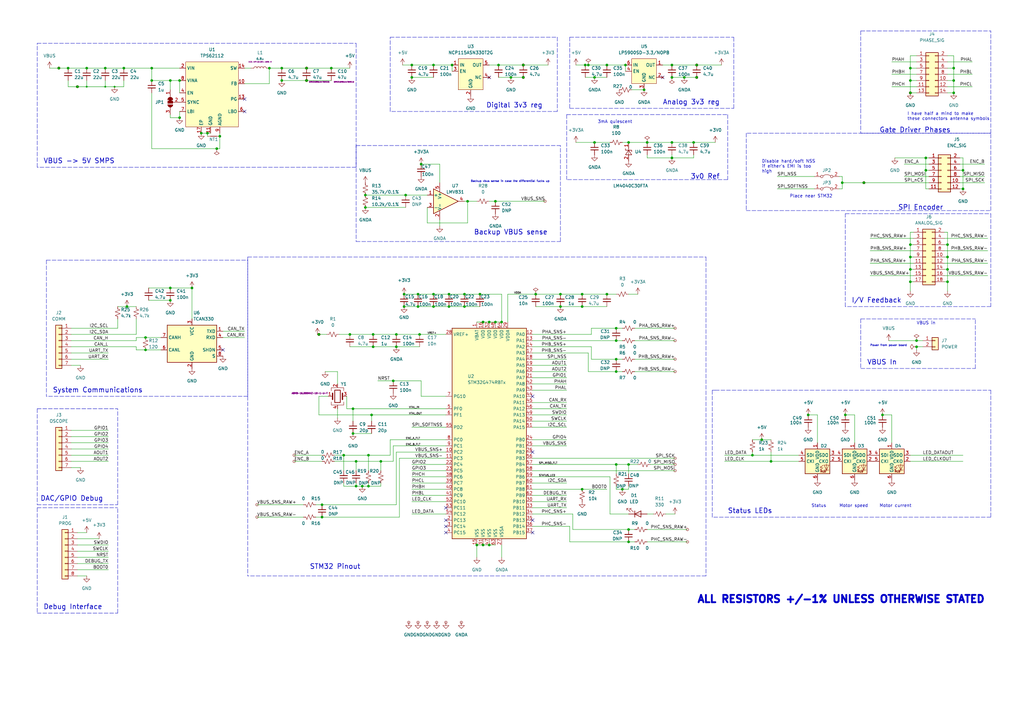
<source format=kicad_sch>
(kicad_sch (version 20211123) (generator eeschema)
  (paper "A3")
  (junction (at 190.5 120.65))
  (junction (at 394.97 77.47))
  (junction (at 152.4 170.18))
  (junction (at 256.54 26.67))
  (junction (at 248.92 26.67))
  (junction (at 257.81 222.25))
  (junction (at 243.84 31.75))
  (junction (at 191.77 82.55))
  (junction (at 373.38 100.33))
  (junction (at 185.42 26.67))
  (junction (at 373.38 27.94))
  (junction (at 198.12 223.52))
  (junction (at 59.69 143.51))
  (junction (at 252.73 134.62))
  (junction (at 312.42 180.34))
  (junction (at 200.66 223.52))
  (junction (at 203.2 82.55))
  (junction (at 171.45 120.65))
  (junction (at 264.16 36.83))
  (junction (at 219.71 120.65))
  (junction (at 214.63 26.67))
  (junction (at 143.51 137.16))
  (junction (at 125.73 27.94))
  (junction (at 50.8 27.94))
  (junction (at 275.59 58.42))
  (junction (at 52.07 125.73))
  (junction (at 238.76 125.73))
  (junction (at 24.13 27.94))
  (junction (at 308.61 186.69))
  (junction (at 46.99 35.56) (diameter 0.6096))
  (junction (at 375.92 142.24))
  (junction (at 166.37 80.01))
  (junction (at 388.62 100.33))
  (junction (at 243.84 58.42))
  (junction (at 229.87 120.65))
  (junction (at 284.48 58.42))
  (junction (at 62.23 33.02))
  (junction (at 373.38 38.1))
  (junction (at 149.86 85.09))
  (junction (at 361.95 170.18))
  (junction (at 35.56 35.56) (diameter 0.6096))
  (junction (at 229.87 125.73))
  (junction (at 153.035 137.16))
  (junction (at 132.08 207.01))
  (junction (at 252.73 152.4))
  (junction (at 161.29 156.21))
  (junction (at 203.2 132.08))
  (junction (at 27.94 27.94))
  (junction (at 190.5 125.73))
  (junction (at 78.74 118.11))
  (junction (at 252.73 190.5))
  (junction (at 238.76 120.65))
  (junction (at 391.16 38.1))
  (junction (at 90.17 55.88))
  (junction (at 388.62 115.57))
  (junction (at 255.27 200.66))
  (junction (at 196.85 120.65))
  (junction (at 165.735 120.65))
  (junction (at 146.05 189.23))
  (junction (at 275.59 64.77))
  (junction (at 135.89 27.94))
  (junction (at 275.59 26.67))
  (junction (at 62.23 27.94))
  (junction (at 151.13 186.69))
  (junction (at 241.3 26.67))
  (junction (at 172.72 67.31))
  (junction (at 69.85 118.11))
  (junction (at 214.63 31.75))
  (junction (at 200.66 132.08))
  (junction (at 177.8 120.65))
  (junction (at 391.16 33.02))
  (junction (at 88.9 60.96))
  (junction (at 162.56 142.24))
  (junction (at 205.74 132.08))
  (junction (at 257.81 190.5))
  (junction (at 82.55 54.61))
  (junction (at 257.81 58.42))
  (junction (at 195.58 223.52))
  (junction (at 162.56 137.16))
  (junction (at 148.59 199.39))
  (junction (at 172.085 137.16))
  (junction (at 35.56 27.94))
  (junction (at 115.57 33.02))
  (junction (at 373.38 33.02))
  (junction (at 146.05 199.39))
  (junction (at 149.86 80.01))
  (junction (at 184.15 125.73))
  (junction (at 379.73 69.85))
  (junction (at 285.75 26.67))
  (junction (at 165.735 125.73))
  (junction (at 265.43 58.42))
  (junction (at 144.78 167.64))
  (junction (at 331.47 170.18))
  (junction (at 388.62 105.41))
  (junction (at 257.81 217.17))
  (junction (at 204.47 26.67))
  (junction (at 373.38 110.49))
  (junction (at 252.73 139.7))
  (junction (at 168.91 26.67))
  (junction (at 177.8 26.67))
  (junction (at 125.73 33.02))
  (junction (at 73.66 33.02))
  (junction (at 130.81 137.16))
  (junction (at 316.23 189.23))
  (junction (at 354.33 74.93))
  (junction (at 275.59 31.75))
  (junction (at 171.45 125.73))
  (junction (at 132.08 212.09))
  (junction (at 59.69 138.43))
  (junction (at 177.8 125.73))
  (junction (at 238.76 200.66))
  (junction (at 69.85 123.19))
  (junction (at 280.67 31.75))
  (junction (at 144.78 177.8))
  (junction (at 252.73 147.32))
  (junction (at 391.16 27.94))
  (junction (at 156.21 189.23))
  (junction (at 110.49 27.94))
  (junction (at 394.97 69.85))
  (junction (at 31.75 35.56))
  (junction (at 345.44 74.93))
  (junction (at 115.57 27.94))
  (junction (at 168.91 31.75))
  (junction (at 85.09 54.61))
  (junction (at 151.13 199.39))
  (junction (at 379.73 64.77))
  (junction (at 375.92 139.7))
  (junction (at 240.03 26.67))
  (junction (at 373.38 115.57))
  (junction (at 388.62 110.49))
  (junction (at 198.12 132.08))
  (junction (at 285.75 31.75))
  (junction (at 43.18 27.94))
  (junction (at 346.71 170.18))
  (junction (at 373.38 105.41))
  (junction (at 43.18 35.56) (diameter 0.6096))
  (junction (at 209.55 31.75))
  (junction (at 248.92 120.65))
  (junction (at 140.97 186.69))
  (junction (at 184.15 120.65))
  (junction (at 69.85 33.02))
  (junction (at 153.035 142.24))
  (junction (at 73.66 48.26))
  (no_connect (at 100.33 40.64))
  (no_connect (at 218.44 218.44))
  (no_connect (at 218.44 213.36))
  (no_connect (at 100.33 45.72))
  (no_connect (at 182.88 213.36))
  (no_connect (at 182.88 215.9))
  (no_connect (at 182.88 218.44))
  (no_connect (at 218.44 162.56))
  (no_connect (at 200.66 31.75))
  (no_connect (at 271.78 31.75))
  (no_connect (at 218.44 185.42))
  (no_connect (at 91.44 143.51))
  (no_connect (at 182.88 208.28))
  (wire (pts (xy 190.5 120.65) (xy 196.85 120.65)))
  (wire (pts (xy 138.43 167.64) (xy 138.43 171.45)))
  (polyline (pts (xy 146.05 59.69) (xy 229.87 59.69)))
  (wire (pts (xy 374.65 105.41) (xy 373.38 105.41)))
  (wire (pts (xy 132.08 212.09) (xy 163.83 212.09)))
  (wire (pts (xy 60.96 123.19) (xy 69.85 123.19)))
  (wire (pts (xy 218.44 172.72) (xy 232.41 172.72)))
  (wire (pts (xy 234.95 217.17) (xy 234.95 210.82)))
  (wire (pts (xy 256.54 26.67) (xy 256.54 29.21)))
  (wire (pts (xy 218.44 200.66) (xy 238.76 200.66)))
  (wire (pts (xy 120.65 189.23) (xy 132.08 189.23)))
  (wire (pts (xy 316.23 189.23) (xy 327.66 189.23)))
  (wire (pts (xy 255.27 200.66) (xy 257.81 200.66)))
  (wire (pts (xy 205.74 132.08) (xy 203.2 132.08)))
  (wire (pts (xy 177.8 120.65) (xy 184.15 120.65)))
  (wire (pts (xy 266.7 190.5) (xy 276.86 190.5)))
  (wire (pts (xy 387.35 97.79) (xy 405.13 97.79)))
  (wire (pts (xy 59.69 138.43) (xy 66.04 138.43)))
  (wire (pts (xy 132.08 212.09) (xy 129.54 212.09)))
  (wire (pts (xy 261.62 120.65) (xy 257.81 120.65)))
  (wire (pts (xy 255.27 200.66) (xy 252.73 200.66)))
  (wire (pts (xy 374.65 100.33) (xy 373.38 100.33)))
  (wire (pts (xy 218.44 167.64) (xy 232.41 167.64)))
  (wire (pts (xy 149.86 85.09) (xy 166.37 85.09)))
  (polyline (pts (xy 146.05 17.78) (xy 146.05 68.58)))
  (wire (pts (xy 318.77 72.39) (xy 334.01 72.39)))
  (wire (pts (xy 55.88 143.51) (xy 55.88 142.24)))
  (polyline (pts (xy 146.05 99.06) (xy 229.87 99.06)))
  (polyline (pts (xy 146.05 59.69) (xy 146.05 99.06)))
  (wire (pts (xy 182.88 193.04) (xy 168.91 193.04)))
  (wire (pts (xy 135.89 27.94) (xy 143.51 27.94)))
  (wire (pts (xy 29.21 134.62) (xy 48.26 134.62)))
  (wire (pts (xy 370.84 72.39) (xy 381 72.39)))
  (wire (pts (xy 163.83 187.96) (xy 163.83 212.09)))
  (wire (pts (xy 373.38 27.94) (xy 373.38 22.86)))
  (wire (pts (xy 43.18 27.94) (xy 35.56 27.94)))
  (wire (pts (xy 271.78 26.67) (xy 275.59 26.67)))
  (wire (pts (xy 85.09 54.61) (xy 85.09 55.88)))
  (wire (pts (xy 195.58 223.52) (xy 198.12 223.52)))
  (wire (pts (xy 184.15 120.65) (xy 190.5 120.65)))
  (wire (pts (xy 156.21 189.23) (xy 161.29 189.23)))
  (wire (pts (xy 137.16 186.69) (xy 140.97 186.69)))
  (wire (pts (xy 172.72 67.31) (xy 180.34 67.31)))
  (wire (pts (xy 257.81 190.5) (xy 257.81 194.31)))
  (wire (pts (xy 275.59 26.67) (xy 285.75 26.67)))
  (wire (pts (xy 139.065 137.16) (xy 143.51 137.16)))
  (wire (pts (xy 393.7 69.85) (xy 394.97 69.85)))
  (polyline (pts (xy 353.06 151.13) (xy 400.05 151.13)))
  (wire (pts (xy 115.57 33.02) (xy 125.73 33.02)))
  (wire (pts (xy 297.18 189.23) (xy 316.23 189.23)))
  (wire (pts (xy 219.71 125.73) (xy 229.87 125.73)))
  (wire (pts (xy 180.34 67.31) (xy 180.34 74.93)))
  (wire (pts (xy 356.87 107.95) (xy 374.65 107.95)))
  (polyline (pts (xy 353.06 130.81) (xy 353.06 151.13)))
  (wire (pts (xy 243.84 31.75) (xy 248.92 31.75)))
  (wire (pts (xy 391.16 33.02) (xy 391.16 27.94)))
  (wire (pts (xy 130.81 162.56) (xy 130.81 170.18)))
  (wire (pts (xy 78.74 118.11) (xy 69.85 118.11)))
  (wire (pts (xy 238.76 125.73) (xy 248.92 125.73)))
  (polyline (pts (xy 101.6 105.41) (xy 101.6 236.22)))
  (wire (pts (xy 43.18 33.02) (xy 43.18 35.56)))
  (wire (pts (xy 365.76 30.48) (xy 375.92 30.48)))
  (wire (pts (xy 29.21 144.78) (xy 44.45 144.78)))
  (wire (pts (xy 387.35 105.41) (xy 388.62 105.41)))
  (wire (pts (xy 218.44 210.82) (xy 234.95 210.82)))
  (wire (pts (xy 205.74 120.65) (xy 205.74 132.08)))
  (wire (pts (xy 218.44 195.58) (xy 250.19 195.58)))
  (polyline (pts (xy 406.4 212.09) (xy 292.1 212.09)))
  (wire (pts (xy 180.34 92.71) (xy 180.34 90.17)))
  (wire (pts (xy 168.91 195.58) (xy 182.88 195.58)))
  (wire (pts (xy 218.44 144.78) (xy 241.3 144.78)))
  (wire (pts (xy 218.44 149.86) (xy 232.41 149.86)))
  (wire (pts (xy 162.56 137.16) (xy 172.085 137.16)))
  (wire (pts (xy 285.75 26.67) (xy 295.91 26.67)))
  (wire (pts (xy 130.81 170.18) (xy 152.4 170.18)))
  (wire (pts (xy 62.23 27.94) (xy 50.8 27.94)))
  (wire (pts (xy 350.52 170.18) (xy 350.52 181.61)))
  (wire (pts (xy 218.44 160.02) (xy 232.41 160.02)))
  (wire (pts (xy 312.42 180.34) (xy 316.23 180.34)))
  (wire (pts (xy 373.38 33.02) (xy 375.92 33.02)))
  (wire (pts (xy 185.42 26.67) (xy 185.42 29.21)))
  (wire (pts (xy 138.43 152.4) (xy 138.43 157.48)))
  (wire (pts (xy 260.35 147.32) (xy 276.86 147.32)))
  (wire (pts (xy 143.51 142.24) (xy 153.035 142.24)))
  (polyline (pts (xy 346.71 125.73) (xy 346.71 87.63)))
  (polyline (pts (xy 353.06 12.7) (xy 406.4 12.7)))
  (polyline (pts (xy 48.26 207.01) (xy 48.26 167.64)))
  (polyline (pts (xy 15.24 207.01) (xy 48.26 207.01)))
  (wire (pts (xy 345.44 77.47) (xy 345.44 74.93)))
  (wire (pts (xy 73.66 48.26) (xy 69.85 48.26)))
  (wire (pts (xy 149.86 80.01) (xy 166.37 80.01)))
  (wire (pts (xy 191.77 91.44) (xy 191.77 82.55)))
  (polyline (pts (xy 160.02 45.72) (xy 160.02 15.24)))
  (wire (pts (xy 60.96 118.11) (xy 69.85 118.11)))
  (wire (pts (xy 69.85 33.02) (xy 62.23 33.02)))
  (wire (pts (xy 252.73 200.66) (xy 252.73 199.39)))
  (wire (pts (xy 379.73 77.47) (xy 381 77.47)))
  (wire (pts (xy 168.91 31.75) (xy 177.8 31.75)))
  (wire (pts (xy 260.35 139.7) (xy 276.86 139.7)))
  (wire (pts (xy 29.21 181.61) (xy 44.45 181.61)))
  (polyline (pts (xy 353.06 54.61) (xy 406.4 54.61)))
  (wire (pts (xy 161.29 156.21) (xy 172.72 156.21)))
  (wire (pts (xy 52.07 125.73) (xy 55.88 125.73)))
  (wire (pts (xy 375.92 142.24) (xy 378.46 142.24)))
  (polyline (pts (xy 300.99 44.45) (xy 300.99 15.24)))
  (wire (pts (xy 134.62 162.56) (xy 130.81 162.56)))
  (wire (pts (xy 394.97 69.85) (xy 394.97 77.47)))
  (wire (pts (xy 198.12 223.52) (xy 200.66 223.52)))
  (wire (pts (xy 198.12 132.08) (xy 195.58 132.08)))
  (wire (pts (xy 218.44 193.04) (xy 276.86 193.04)))
  (wire (pts (xy 62.23 27.94) (xy 73.66 27.94)))
  (polyline (pts (xy 146.05 68.58) (xy 15.24 68.58)))
  (wire (pts (xy 250.19 210.82) (xy 250.19 195.58)))
  (wire (pts (xy 403.86 72.39) (xy 393.7 72.39)))
  (wire (pts (xy 160.02 186.69) (xy 160.02 180.34)))
  (wire (pts (xy 391.16 27.94) (xy 388.62 27.94)))
  (polyline (pts (xy 232.41 46.99) (xy 298.45 46.99)))
  (polyline (pts (xy 406.4 160.02) (xy 406.4 212.09)))
  (polyline (pts (xy 289.56 105.41) (xy 289.56 236.22)))
  (wire (pts (xy 375.92 139.7) (xy 364.49 139.7)))
  (wire (pts (xy 361.95 170.18) (xy 365.76 170.18)))
  (wire (pts (xy 100.33 27.94) (xy 102.87 27.94)))
  (wire (pts (xy 388.62 110.49) (xy 388.62 105.41)))
  (wire (pts (xy 35.56 27.94) (xy 27.94 27.94)))
  (wire (pts (xy 154.94 156.21) (xy 161.29 156.21)))
  (wire (pts (xy 354.33 74.93) (xy 381 74.93)))
  (wire (pts (xy 257.81 210.82) (xy 250.19 210.82)))
  (wire (pts (xy 160.02 180.34) (xy 182.88 180.34)))
  (wire (pts (xy 55.88 139.7) (xy 55.88 138.43)))
  (wire (pts (xy 73.66 33.02) (xy 69.85 33.02)))
  (polyline (pts (xy 233.68 15.24) (xy 233.68 44.45)))
  (wire (pts (xy 387.35 113.03) (xy 405.13 113.03)))
  (wire (pts (xy 233.68 222.25) (xy 233.68 215.9)))
  (polyline (pts (xy 228.6 15.24) (xy 228.6 45.72)))
  (wire (pts (xy 69.85 33.02) (xy 69.85 36.83)))
  (wire (pts (xy 275.59 64.77) (xy 284.48 64.77)))
  (wire (pts (xy 374.65 115.57) (xy 373.38 115.57)))
  (wire (pts (xy 391.16 27.94) (xy 391.16 22.86)))
  (wire (pts (xy 140.97 198.12) (xy 140.97 199.39)))
  (wire (pts (xy 218.44 187.96) (xy 276.86 187.96)))
  (wire (pts (xy 130.81 137.16) (xy 133.985 137.16)))
  (wire (pts (xy 280.67 31.75) (xy 285.75 31.75)))
  (wire (pts (xy 238.76 200.66) (xy 248.92 200.66)))
  (wire (pts (xy 168.91 203.2) (xy 182.88 203.2)))
  (wire (pts (xy 200.66 82.55) (xy 203.2 82.55)))
  (polyline (pts (xy 298.45 73.66) (xy 232.41 73.66)))
  (wire (pts (xy 200.66 132.08) (xy 198.12 132.08)))
  (wire (pts (xy 59.69 143.51) (xy 55.88 143.51)))
  (wire (pts (xy 208.28 120.65) (xy 208.28 132.08)))
  (wire (pts (xy 204.47 31.75) (xy 209.55 31.75)))
  (wire (pts (xy 391.16 22.86) (xy 388.62 22.86)))
  (wire (pts (xy 387.35 110.49) (xy 388.62 110.49)))
  (wire (pts (xy 165.735 120.65) (xy 171.45 120.65)))
  (polyline (pts (xy 406.4 54.61) (xy 406.4 12.7)))
  (wire (pts (xy 265.43 222.25) (xy 281.94 222.25)))
  (wire (pts (xy 241.3 152.4) (xy 252.73 152.4)))
  (wire (pts (xy 398.78 35.56) (xy 388.62 35.56)))
  (wire (pts (xy 218.44 142.24) (xy 242.57 142.24)))
  (wire (pts (xy 260.35 217.17) (xy 257.81 217.17)))
  (wire (pts (xy 110.49 34.29) (xy 110.49 27.94)))
  (wire (pts (xy 156.21 189.23) (xy 156.21 193.04)))
  (wire (pts (xy 345.44 74.93) (xy 354.33 74.93)))
  (wire (pts (xy 62.23 60.96) (xy 62.23 38.1)))
  (wire (pts (xy 31.75 228.6) (xy 44.45 228.6)))
  (wire (pts (xy 182.88 205.74) (xy 168.91 205.74)))
  (wire (pts (xy 365.76 170.18) (xy 365.76 181.61)))
  (wire (pts (xy 242.57 147.32) (xy 242.57 142.24)))
  (wire (pts (xy 391.16 38.1) (xy 391.16 33.02)))
  (wire (pts (xy 125.73 27.94) (xy 135.89 27.94)))
  (wire (pts (xy 90.17 55.88) (xy 90.17 60.96)))
  (polyline (pts (xy 406.4 125.73) (xy 346.71 125.73)))
  (wire (pts (xy 391.16 33.02) (xy 388.62 33.02)))
  (polyline (pts (xy 292.1 212.09) (xy 292.1 160.02)))
  (polyline (pts (xy 19.05 106.68) (xy 101.6 106.68)))
  (wire (pts (xy 161.29 182.88) (xy 182.88 182.88)))
  (wire (pts (xy 252.73 190.5) (xy 252.73 194.31)))
  (wire (pts (xy 191.77 82.55) (xy 190.5 82.55)))
  (wire (pts (xy 29.21 149.86) (xy 33.02 149.86)))
  (wire (pts (xy 387.35 107.95) (xy 405.13 107.95)))
  (wire (pts (xy 218.44 180.34) (xy 232.41 180.34)))
  (wire (pts (xy 161.29 182.88) (xy 161.29 189.23)))
  (wire (pts (xy 265.43 210.82) (xy 267.97 210.82)))
  (wire (pts (xy 316.23 185.42) (xy 316.23 189.23)))
  (wire (pts (xy 373.38 186.69) (xy 394.97 186.69)))
  (wire (pts (xy 205.74 223.52) (xy 205.74 228.6)))
  (wire (pts (xy 140.97 186.69) (xy 151.13 186.69)))
  (wire (pts (xy 388.62 105.41) (xy 388.62 100.33)))
  (wire (pts (xy 115.57 27.94) (xy 125.73 27.94)))
  (wire (pts (xy 257.81 222.25) (xy 260.35 222.25)))
  (polyline (pts (xy 15.24 251.46) (xy 48.26 251.46)))
  (wire (pts (xy 200.66 26.67) (xy 204.47 26.67)))
  (wire (pts (xy 241.3 144.78) (xy 241.3 152.4)))
  (wire (pts (xy 398.78 25.4) (xy 388.62 25.4)))
  (wire (pts (xy 234.95 217.17) (xy 257.81 217.17)))
  (wire (pts (xy 184.15 125.73) (xy 190.5 125.73)))
  (polyline (pts (xy 15.24 208.28) (xy 48.26 208.28)))
  (wire (pts (xy 373.38 22.86) (xy 375.92 22.86)))
  (wire (pts (xy 31.75 218.44) (xy 35.56 218.44)))
  (wire (pts (xy 177.8 125.73) (xy 184.15 125.73)))
  (wire (pts (xy 153.035 137.16) (xy 162.56 137.16)))
  (wire (pts (xy 144.78 167.64) (xy 182.88 167.64)))
  (wire (pts (xy 331.47 170.18) (xy 335.28 170.18)))
  (wire (pts (xy 156.21 199.39) (xy 156.21 198.12)))
  (wire (pts (xy 62.23 33.02) (xy 62.23 27.94)))
  (wire (pts (xy 388.62 115.57) (xy 388.62 110.49)))
  (polyline (pts (xy 228.6 45.72) (xy 160.02 45.72)))
  (wire (pts (xy 55.88 138.43) (xy 59.69 138.43)))
  (wire (pts (xy 29.21 186.69) (xy 44.45 186.69)))
  (wire (pts (xy 143.51 137.16) (xy 153.035 137.16)))
  (wire (pts (xy 172.085 137.16) (xy 182.88 137.16)))
  (wire (pts (xy 398.78 30.48) (xy 388.62 30.48)))
  (wire (pts (xy 191.77 82.55) (xy 195.58 82.55)))
  (wire (pts (xy 218.44 208.28) (xy 232.41 208.28)))
  (wire (pts (xy 255.27 134.62) (xy 252.73 134.62)))
  (wire (pts (xy 238.76 120.65) (xy 248.92 120.65)))
  (wire (pts (xy 152.4 170.18) (xy 182.88 170.18)))
  (wire (pts (xy 379.73 64.77) (xy 379.73 69.85)))
  (wire (pts (xy 172.72 162.56) (xy 182.88 162.56)))
  (wire (pts (xy 218.44 152.4) (xy 232.41 152.4)))
  (polyline (pts (xy 15.24 68.58) (xy 15.24 17.78)))
  (wire (pts (xy 218.44 203.2) (xy 232.41 203.2)))
  (wire (pts (xy 29.21 142.24) (xy 55.88 142.24)))
  (wire (pts (xy 388.62 95.25) (xy 387.35 95.25)))
  (wire (pts (xy 248.92 26.67) (xy 256.54 26.67)))
  (polyline (pts (xy 406.4 54.61) (xy 306.07 54.61)))
  (wire (pts (xy 218.44 215.9) (xy 233.68 215.9)))
  (polyline (pts (xy 15.24 167.64) (xy 15.24 207.01)))
  (wire (pts (xy 252.73 139.7) (xy 255.27 139.7)))
  (wire (pts (xy 142.24 167.64) (xy 144.78 167.64)))
  (wire (pts (xy 55.88 137.16) (xy 55.88 130.81)))
  (wire (pts (xy 255.27 58.42) (xy 257.81 58.42)))
  (wire (pts (xy 146.05 189.23) (xy 156.21 189.23)))
  (wire (pts (xy 148.59 199.39) (xy 146.05 199.39)))
  (wire (pts (xy 379.73 64.77) (xy 381 64.77)))
  (wire (pts (xy 29.21 184.15) (xy 44.45 184.15)))
  (wire (pts (xy 171.45 120.65) (xy 177.8 120.65)))
  (wire (pts (xy 218.44 157.48) (xy 232.41 157.48)))
  (wire (pts (xy 162.56 142.24) (xy 172.085 142.24)))
  (wire (pts (xy 48.26 134.62) (xy 48.26 130.81)))
  (polyline (pts (xy 15.24 17.78) (xy 146.05 17.78)))
  (wire (pts (xy 35.56 35.56) (xy 35.56 33.02)))
  (wire (pts (xy 144.78 177.8) (xy 152.4 177.8)))
  (wire (pts (xy 195.58 223.52) (xy 195.58 228.6)))
  (wire (pts (xy 66.04 143.51) (xy 59.69 143.51)))
  (wire (pts (xy 240.03 31.75) (xy 243.84 31.75)))
  (wire (pts (xy 394.97 69.85) (xy 394.97 64.77)))
  (wire (pts (xy 273.05 210.82) (xy 276.86 210.82)))
  (wire (pts (xy 373.38 110.49) (xy 373.38 105.41)))
  (polyline (pts (xy 353.06 130.81) (xy 400.05 130.81)))
  (wire (pts (xy 50.8 35.56) (xy 50.8 33.02)))
  (wire (pts (xy 73.66 33.02) (xy 73.66 38.1)))
  (wire (pts (xy 218.44 137.16) (xy 242.57 137.16)))
  (wire (pts (xy 373.38 105.41) (xy 373.38 100.33)))
  (wire (pts (xy 35.56 35.56) (xy 31.75 35.56)))
  (wire (pts (xy 388.62 119.38) (xy 388.62 115.57)))
  (polyline (pts (xy 292.1 160.02) (xy 293.37 160.02)))
  (wire (pts (xy 132.08 207.01) (xy 162.56 207.01)))
  (wire (pts (xy 308.61 180.34) (xy 312.42 180.34)))
  (wire (pts (xy 218.44 139.7) (xy 252.73 139.7)))
  (wire (pts (xy 182.88 210.82) (xy 168.91 210.82)))
  (polyline (pts (xy 233.68 44.45) (xy 300.99 44.45)))
  (wire (pts (xy 196.85 120.65) (xy 205.74 120.65)))
  (wire (pts (xy 151.13 199.39) (xy 156.21 199.39)))
  (wire (pts (xy 69.85 48.26) (xy 69.85 46.99)))
  (wire (pts (xy 344.17 72.39) (xy 345.44 72.39)))
  (wire (pts (xy 110.49 27.94) (xy 115.57 27.94)))
  (wire (pts (xy 265.43 217.17) (xy 281.94 217.17)))
  (wire (pts (xy 297.18 186.69) (xy 308.61 186.69)))
  (wire (pts (xy 182.88 190.5) (xy 168.91 190.5)))
  (wire (pts (xy 152.4 170.18) (xy 152.4 172.72)))
  (wire (pts (xy 373.38 38.1) (xy 375.92 38.1)))
  (wire (pts (xy 356.87 97.79) (xy 374.65 97.79)))
  (wire (pts (xy 379.73 69.85) (xy 379.73 77.47)))
  (wire (pts (xy 284.48 58.42) (xy 293.37 58.42)))
  (wire (pts (xy 168.91 200.66) (xy 182.88 200.66)))
  (wire (pts (xy 129.54 207.01) (xy 132.08 207.01)))
  (wire (pts (xy 148.59 199.39) (xy 151.13 199.39)))
  (wire (pts (xy 387.35 100.33) (xy 388.62 100.33)))
  (wire (pts (xy 218.44 182.88) (xy 232.41 182.88)))
  (wire (pts (xy 203.2 82.55) (xy 223.52 82.55)))
  (wire (pts (xy 46.99 35.56) (xy 50.8 35.56)))
  (wire (pts (xy 190.5 125.73) (xy 196.85 125.73)))
  (wire (pts (xy 146.05 193.04) (xy 146.05 189.23)))
  (wire (pts (xy 175.26 91.44) (xy 191.77 91.44)))
  (wire (pts (xy 31.75 220.98) (xy 40.64 220.98)))
  (wire (pts (xy 142.24 162.56) (xy 142.24 167.64)))
  (wire (pts (xy 82.55 54.61) (xy 85.09 54.61)))
  (wire (pts (xy 151.13 199.39) (xy 151.13 198.12)))
  (wire (pts (xy 105.41 207.01) (xy 124.46 207.01)))
  (wire (pts (xy 241.3 26.67) (xy 248.92 26.67)))
  (wire (pts (xy 379.73 69.85) (xy 381 69.85)))
  (wire (pts (xy 162.56 185.42) (xy 182.88 185.42)))
  (wire (pts (xy 356.87 102.87) (xy 374.65 102.87)))
  (wire (pts (xy 275.59 63.5) (xy 275.59 64.77)))
  (wire (pts (xy 125.73 33.02) (xy 135.89 33.02)))
  (wire (pts (xy 29.21 139.7) (xy 55.88 139.7)))
  (wire (pts (xy 73.66 48.26) (xy 73.66 45.72)))
  (wire (pts (xy 43.18 35.56) (xy 35.56 35.56)))
  (wire (pts (xy 252.73 134.62) (xy 242.57 134.62)))
  (wire (pts (xy 344.17 77.47) (xy 345.44 77.47)))
  (wire (pts (xy 356.87 113.03) (xy 374.65 113.03)))
  (polyline (pts (xy 406.4 87.63) (xy 406.4 125.73)))
  (polyline (pts (xy 229.87 99.06) (xy 229.87 59.69)))
  (wire (pts (xy 374.65 110.49) (xy 373.38 110.49)))
  (wire (pts (xy 318.77 77.47) (xy 334.01 77.47)))
  (wire (pts (xy 275.59 31.75) (xy 280.67 31.75)))
  (wire (pts (xy 240.03 26.67) (xy 241.3 26.67)))
  (wire (pts (xy 50.8 27.94) (xy 43.18 27.94)))
  (wire (pts (xy 219.71 120.65) (xy 208.28 120.65)))
  (wire (pts (xy 373.38 115.57) (xy 373.38 110.49)))
  (polyline (pts (xy 289.56 236.22) (xy 101.6 236.22)))
  (wire (pts (xy 257.81 200.66) (xy 257.81 199.39)))
  (wire (pts (xy 275.59 58.42) (xy 284.48 58.42)))
  (wire (pts (xy 31.75 35.56) (xy 27.94 35.56)))
  (wire (pts (xy 373.38 27.94) (xy 375.92 27.94)))
  (polyline (pts (xy 101.6 105.41) (xy 289.56 105.41)))
  (wire (pts (xy 120.65 186.69) (xy 132.08 186.69)))
  (wire (pts (xy 31.75 233.68) (xy 44.45 233.68)))
  (wire (pts (xy 175.26 85.09) (xy 175.26 91.44)))
  (wire (pts (xy 394.97 77.47) (xy 393.7 77.47)))
  (wire (pts (xy 29.21 191.77) (xy 33.02 191.77)))
  (wire (pts (xy 90.17 55.88) (xy 90.17 54.61)))
  (wire (pts (xy 378.46 139.7) (xy 375.92 139.7)))
  (wire (pts (xy 166.37 80.01) (xy 175.26 80.01)))
  (polyline (pts (xy 233.68 15.24) (xy 300.99 15.24)))
  (wire (pts (xy 133.35 152.4) (xy 138.43 152.4)))
  (wire (pts (xy 275.59 64.77) (xy 265.43 64.77)))
  (polyline (pts (xy 48.26 251.46) (xy 48.26 208.28)))
  (wire (pts (xy 260.35 152.4) (xy 276.86 152.4)))
  (wire (pts (xy 365.76 25.4) (xy 375.92 25.4)))
  (wire (pts (xy 259.08 36.83) (xy 264.16 36.83)))
  (wire (pts (xy 367.03 64.77) (xy 379.73 64.77)))
  (wire (pts (xy 27.94 35.56) (xy 27.94 33.02)))
  (wire (pts (xy 373.38 33.02) (xy 373.38 27.94)))
  (wire (pts (xy 29.21 137.16) (xy 55.88 137.16)))
  (wire (pts (xy 252.73 152.4) (xy 255.27 152.4)))
  (wire (pts (xy 168.91 26.67) (xy 177.8 26.67)))
  (wire (pts (xy 238.76 120.65) (xy 229.87 120.65)))
  (wire (pts (xy 308.61 186.69) (xy 327.66 186.69)))
  (wire (pts (xy 284.48 64.77) (xy 284.48 63.5)))
  (wire (pts (xy 88.9 60.96) (xy 62.23 60.96)))
  (wire (pts (xy 151.13 186.69) (xy 151.13 193.04)))
  (wire (pts (xy 78.74 118.11) (xy 78.74 130.81)))
  (polyline (pts (xy 19.05 106.68) (xy 19.05 162.56)))
  (wire (pts (xy 218.44 165.1) (xy 232.41 165.1)))
  (wire (pts (xy 265.43 58.42) (xy 275.59 58.42)))
  (wire (pts (xy 140.97 186.69) (xy 140.97 193.04)))
  (wire (pts (xy 31.75 231.14) (xy 44.45 231.14)))
  (wire (pts (xy 308.61 185.42) (xy 308.61 186.69)))
  (wire (pts (xy 373.38 189.23) (xy 394.97 189.23)))
  (polyline (pts (xy 406.4 86.36) (xy 406.4 54.61)))
  (wire (pts (xy 200.66 223.52) (xy 203.2 223.52)))
  (wire (pts (xy 165.1 26.67) (xy 168.91 26.67)))
  (wire (pts (xy 370.84 67.31) (xy 381 67.31)))
  (wire (pts (xy 345.44 72.39) (xy 345.44 74.93)))
  (wire (pts (xy 153.035 142.24) (xy 162.56 142.24)))
  (wire (pts (xy 140.97 199.39) (xy 146.05 199.39)))
  (wire (pts (xy 218.44 154.94) (xy 232.41 154.94)))
  (polyline (pts (xy 101.6 106.68) (xy 101.6 162.56)))
  (wire (pts (xy 29.21 147.32) (xy 44.45 147.32)))
  (wire (pts (xy 365.76 35.56) (xy 375.92 35.56)))
  (wire (pts (xy 335.28 170.18) (xy 335.28 181.61)))
  (wire (pts (xy 31.75 223.52) (xy 44.45 223.52)))
  (wire (pts (xy 252.73 120.65) (xy 248.92 120.65)))
  (wire (pts (xy 20.32 27.94) (xy 24.13 27.94)))
  (wire (pts (xy 204.47 26.67) (xy 214.63 26.67)))
  (wire (pts (xy 168.91 175.26) (xy 182.88 175.26)))
  (wire (pts (xy 373.38 100.33) (xy 373.38 95.25)))
  (wire (pts (xy 146.05 199.39) (xy 146.05 198.12)))
  (polyline (pts (xy 306.07 86.36) (xy 406.4 86.36)))
  (wire (pts (xy 255.27 147.32) (xy 252.73 147.32)))
  (wire (pts (xy 144.78 167.64) (xy 144.78 172.72)))
  (wire (pts (xy 31.75 236.22) (xy 35.56 236.22)))
  (wire (pts (xy 165.735 125.73) (xy 171.45 125.73)))
  (wire (pts (xy 346.71 170.18) (xy 350.52 170.18)))
  (wire (pts (xy 387.35 115.57) (xy 388.62 115.57)))
  (wire (pts (xy 24.13 27.94) (xy 27.94 27.94)))
  (polyline (pts (xy 346.71 87.63) (xy 406.4 87.63)))
  (wire (pts (xy 151.13 186.69) (xy 160.02 186.69)))
  (polyline (pts (xy 298.45 46.99) (xy 298.45 73.66)))
  (wire (pts (xy 252.73 147.32) (xy 242.57 147.32)))
  (wire (pts (xy 403.86 67.31) (xy 393.7 67.31)))
  (polyline (pts (xy 15.24 167.64) (xy 48.26 167.64)))
  (wire (pts (xy 218.44 170.18) (xy 232.41 170.18)))
  (wire (pts (xy 373.38 119.38) (xy 373.38 115.57)))
  (wire (pts (xy 172.72 156.21) (xy 172.72 162.56)))
  (wire (pts (xy 236.22 26.67) (xy 240.03 26.67)))
  (wire (pts (xy 387.35 102.87) (xy 405.13 102.87)))
  (wire (pts (xy 29.21 176.53) (xy 44.45 176.53)))
  (wire (pts (xy 242.57 134.62) (xy 242.57 137.16)))
  (wire (pts (xy 265.43 64.77) (xy 265.43 63.5)))
  (wire (pts (xy 388.62 100.33) (xy 388.62 95.25)))
  (wire (pts (xy 218.44 205.74) (xy 232.41 205.74)))
  (wire (pts (xy 91.44 138.43) (xy 100.33 138.43)))
  (polyline (pts (xy 101.6 162.56) (xy 19.05 162.56)))
  (wire (pts (xy 373.38 38.1) (xy 373.38 33.02)))
  (wire (pts (xy 218.44 147.32) (xy 232.41 147.32)))
  (polyline (pts (xy 400.05 151.13) (xy 400.05 130.81)))
  (wire (pts (xy 218.44 198.12) (xy 232.41 198.12)))
  (wire (pts (xy 162.56 207.01) (xy 162.56 185.42)))
  (wire (pts (xy 203.2 132.08) (xy 200.66 132.08)))
  (wire (pts (xy 177.8 26.67) (xy 185.42 26.67)))
  (polyline (pts (xy 232.41 46.99) (xy 232.41 73.66)))
  (wire (pts (xy 29.21 179.07) (xy 44.45 179.07)))
  (polyline (pts (xy 306.07 54.61) (xy 306.07 86.36)))
  (wire (pts (xy 48.26 125.73) (xy 52.07 125.73)))
  (wire (pts (xy 403.86 74.93) (xy 393.7 74.93)))
  (wire (pts (xy 171.45 125.73) (xy 177.8 125.73)))
  (wire (pts (xy 137.16 189.23) (xy 146.05 189.23)))
  (wire (pts (xy 391.16 38.1) (xy 388.62 38.1)))
  (wire (pts (xy 105.41 212.09) (xy 124.46 212.09)))
  (wire (pts (xy 218.44 175.26) (xy 232.41 175.26)))
  (wire (pts (xy 91.44 135.89) (xy 100.33 135.89)))
  (wire (pts (xy 257.81 190.5) (xy 261.62 190.5)))
  (wire (pts (xy 260.35 134.62) (xy 276.86 134.62)))
  (wire (pts (xy 90.17 60.96) (xy 88.9 60.96)))
  (wire (pts (xy 236.22 58.42) (xy 243.84 58.42)))
  (polyline (pts (xy 353.06 12.7) (xy 353.06 54.61)))
  (wire (pts (xy 373.38 95.25) (xy 374.65 95.25)))
  (wire (pts (xy 209.55 31.75) (xy 214.63 31.75)))
  (wire (pts (xy 168.91 198.12) (xy 182.88 198.12)))
  (wire (pts (xy 85.09 54.61) (xy 86.36 54.61)))
  (wire (pts (xy 100.33 34.29) (xy 110.49 34.29)))
  (wire (pts (xy 394.97 64.77) (xy 393.7 64.77)))
  (wire (pts (xy 219.71 120.65) (xy 229.87 120.65)))
  (polyline (pts (xy 15.24 208.28) (xy 15.24 251.46)))
  (wire (pts (xy 214.63 26.67) (xy 224.79 26.67)))
  (wire (pts (xy 233.68 222.25) (xy 257.81 222.25)))
  (wire (pts (xy 182.88 187.96) (xy 163.83 187.96)))
  (wire (pts (xy 243.84 58.42) (xy 250.19 58.42)))
  (polyline (pts (xy 160.02 15.24) (xy 228.6 15.24)))
  (wire (pts (xy 43.18 35.56) (xy 46.99 35.56)))
  (wire (pts (xy 31.75 226.06) (xy 44.45 226.06)))
  (wire (pts (xy 257.81 58.42) (xy 265.43 58.42)))
  (wire (pts (xy 130.175 137.16) (xy 130.81 137.16)))
  (wire (pts (xy 29.21 189.23) (xy 44.45 189.23)))
  (polyline (pts (xy 293.37 160.02) (xy 406.4 160.02)))
  (wire (pts (xy 252.73 190.5) (xy 257.81 190.5)))
  (wire (pts (xy 375.92 143.51) (xy 375.92 142.24)))
  (wire (pts (xy 218.44 190.5) (xy 252.73 190.5)))
  (wire (pts (xy 229.87 125.73) (xy 238.76 125.73)))
  (text "Debug Interface\n" (at 17.78 250.19 0) (effects (font (size 2 2) (thickness 0.254) bold) (justify left bottom)))
  (text "System Communications" (at 21.59 161.29 0) (effects (font (size 2 2) (thickness 0.254) bold) (justify left bottom)))
  (text "3v0 Ref" (at 283.21 73.66 0) (effects (font (size 2 2) (thickness 0.254) bold) (justify left bottom)))
  (text "VBUS -> 5V SMPS" (at 17.78 67.31 0) (effects (font (size 2 2) (thickness 0.254) bold) (justify left bottom)))
  (text "DAC/GPIO Debug" (at 16.51 205.74 0) (effects (font (size 2 2) (thickness 0.254) bold) (justify left bottom)))
  (text "Motor speed" (at 344.17 208.28 0) (effects (font (size 1.27 1.27)) (justify left bottom)))
  (text "VBUS In" (at 355.6 149.86 0) (effects (font (size 2 2) (thickness 0.254) bold) (justify left bottom)))
  (text "Gate Driver Phases" (at 360.68 54.61 0) (effects (font (size 2 2) (thickness 0.254) bold) (justify left bottom)))
  (text "Status" (at 332.74 208.28 0) (effects (font (size 1.27 1.27)) (justify left bottom)))
  (text "3mA quiescent" (at 245.11 50.8 0) (effects (font (size 1.27 1.27)) (justify left bottom)))
  (text "Status LEDs" (at 298.45 210.82 0) (effects (font (size 2 2) (thickness 0.254) bold) (justify left bottom)))
  (text "Motor current" (at 360.68 208.28 0) (effects (font (size 1.27 1.27)) (justify left bottom)))
  (text "Place near STM32" (at 323.85 81.28 0) (effects (font (size 1.27 1.27)) (justify left bottom)))
  (text "Analog 3v3 reg" (at 271.78 43.18 0) (effects (font (size 2 2) (thickness 0.254) bold) (justify left bottom)))
  (text "Power from power board" (at 356.87 142.24 0) (effects (font (size 0.8 0.8)) (justify left bottom)))
  (text "Disable hard/soft NSS\nif either's EMI is too\nhigh" (at 312.42 71.12 0) (effects (font (size 1.27 1.27)) (justify left bottom)))
  (text "ALL RESISTORS +/-1% UNLESS OTHERWISE STATED" (at 285.75 247.65 0) (effects (font (size 3 3) (thickness 0.8) bold) (justify left bottom)))
  (text "VBUS in" (at 375.92 133.35 0) (effects (font (size 1.27 1.27)) (justify left bottom)))
  (text "Backup VBUS sense" (at 194.31 96.52 0) (effects (font (size 2 2) (thickness 0.254) bold) (justify left bottom)))
  (text "Backup vbus sense in case the differential fucks up " (at 193.04 74.93 0) (effects (font (size 0.8 0.8)) (justify left bottom)))
  (text "I/V Feedback" (at 349.25 124.46 0) (effects (font (size 2 2) (thickness 0.254) bold) (justify left bottom)))
  (text "STM32 Pinout" (at 127 233.68 0) (effects (font (size 2 2) (thickness 0.254) bold) (justify left bottom)))
  (text "I have half a mind to make\nthese connectors antenna symbols" (at 372.11 49.53 0) (effects (font (size 1.27 1.27)) (justify left bottom)))
  (text "SPI Encoder" (at 368.3 86.36 0) (effects (font (size 2 2) (thickness 0.254) bold) (justify left bottom)))
  (text "Digital 3v3 reg" (at 199.39 44.45 0) (effects (font (size 2 2) (thickness 0.254) bold) (justify left bottom)))
  (label "LED_CLK" (at 297.18 189.23 0))
  (label "ENC_A_FLT" (at 166.37 180.34 0) (effects (font (size 0.75 0.75))))
  (label "VBUS_SNS" (at 232.41 182.88 0))
  (label "PHCL" (at 168.91 198.12 0))
  (label "GPIO3" (at 44.45 181.61 0))
  (label "CAN_L" (at 44.45 142.24 0))
  (label "I2C_SCL" (at 44.45 134.62 0))
  (label "UART_RX" (at 232.41 205.74 180))
  (label "GPIO1" (at 232.41 154.94 0))
  (label "LED_CLK" (at 168.91 205.74 0))
  (label "PHCH" (at 168.91 195.58 0))
  (label "AOUT1" (at 232.41 149.86 0))
  (label "NRST" (at 44.45 228.6 0))
  (label "PHBH" (at 168.91 200.66 0))
  (label "PHAL" (at 232.41 160.02 0))
  (label "AOUT2" (at 44.45 189.23 0))
  (label "AOUT1" (at 44.45 186.69 0))
  (label "SPI_SCK" (at 403.86 74.93 180))
  (label "PHBL" (at 398.78 30.48 180))
  (label "PHB_SNS_RAW-" (at 405.13 102.87 0))
  (label "ENC_B_FLT" (at 166.37 182.88 0) (effects (font (size 0.75 0.75))))
  (label "SPI_SCK" (at 276.86 187.96 0))
  (label "VBUS_SNS" (at 223.52 82.55 0))
  (label "VBUS_SNS_RAW+" (at 356.87 113.03 0))
  (label "SWDIO" (at 232.41 170.18 0))
  (label "PHB_SNS_RAW+" (at 276.86 147.32 0))
  (label "SPI_SOFTNSS" (at 168.91 175.26 0))
  (label "I2C_SDA" (at 44.45 137.16 0))
  (label "PHB_SNS-" (at 232.41 144.78 0))
  (label "ENC_B" (at 120.65 189.23 0))
  (label "DEBUG_TX" (at 44.45 231.14 0))
  (label "SPI_MOSI" (at 370.84 72.39 0))
  (label "PHC_SNS+" (at 232.41 210.82 0))
  (label "VREF+" (at 175.26 137.16 0) (effects (font (size 0.75 0.75))))
  (label "SWCLK" (at 44.45 226.06 0))
  (label "SPI_NSS" (at 318.77 72.39 0))
  (label "CAN_RX" (at 232.41 165.1 0))
  (label "PHA_SNS_RAW+" (at 276.86 134.62 0))
  (label "VBUS_SNS_RAW+" (at 105.41 207.01 0))
  (label "I2C_SDA" (at 232.41 198.12 0))
  (label "AOUT2" (at 232.41 152.4 0))
  (label "VBUS_SNS+" (at 181.61 185.42 180))
  (label "LED_DATA" (at 297.18 186.69 0))
  (label "VDDA" (at 210.82 120.65 0) (effects (font (size 0.75 0.75))))
  (label "PHA_SNS+" (at 232.41 137.16 0))
  (label "BOOT0" (at 44.45 233.68 0))
  (label "NRST" (at 154.94 156.21 0))
  (label "GPIO2" (at 44.45 179.07 0))
  (label "PHB_SNS_RAW-" (at 276.86 152.4 0))
  (label "UART_TX" (at 44.45 144.78 0))
  (label "PHAL" (at 398.78 25.4 180))
  (label "PHB_SNS+" (at 232.41 142.24 0))
  (label "ENC_A" (at 120.65 186.69 0))
  (label "PHAH" (at 365.76 25.4 0))
  (label "XTAL_OUT" (at 167.64 170.18 0) (effects (font (size 0.75 0.75))))
  (label "ENC_B" (at 403.86 67.31 180))
  (label "SWDIO" (at 44.45 223.52 0))
  (label "PHA_SNS_RAW+" (at 356.87 107.95 0))
  (label "GPIO1" (at 44.45 176.53 0))
  (label "PHC_SNS_RAW+" (at 281.94 217.17 0))
  (label "CAN_TX" (at 232.41 167.64 0))
  (label "XTAL_IN" (at 167.64 167.64 0) (effects (font (size 0.75 0.75))))
  (label "SPI_SOFTNSS" (at 318.77 77.47 0))
  (label "I2C_SCL" (at 232.41 175.26 0))
  (label "CAN_RX" (at 100.33 138.43 0))
  (label "LED_DATAOUT" (at 378.46 186.69 0))
  (label "SPI_MISO" (at 403.86 72.39 180))
  (label "PHA_SNS-" (at 232.41 139.7 0))
  (label "PHC_SNS_RAW-" (at 281.94 222.25 0))
  (label "GPIO2" (at 168.91 190.5 0))
  (label "CAN_TX" (at 100.33 135.89 0))
  (label "LED_CLKOUT" (at 378.46 189.23 0))
  (label "UART_TX" (at 232.41 208.28 180))
  (label "CAN_H" (at 44.45 139.7 0))
  (label "PHBL" (at 168.91 203.2 0))
  (label "LED_DATA" (at 168.91 210.82 0))
  (label "ENC_A" (at 370.84 67.31 0))
  (label "VBUS_SNS_RAW-" (at 405.13 113.03 0))
  (label "UART_RX" (at 44.45 147.32 0))
  (label "SPI_MISO" (at 276.86 190.5 0))
  (label "SWCLK" (at 232.41 172.72 0))
  (label "PHA_SNS_RAW-" (at 405.13 107.95 0))
  (label "BOOT0" (at 248.92 200.66 0))
  (label "VBUS_SNS-" (at 181.61 187.96 180))
  (label "PHAH" (at 232.41 157.48 0))
  (label "PHBH" (at 365.76 30.48 0))
  (label "PHC_SNS-" (at 232.41 215.9 0))
  (label "STATUS_LED" (at 220.98 195.58 0) (effects (font (size 0.75 0.75))))
  (label "SPI_MISO_FLT" (at 220.98 190.5 0) (effects (font (size 0.75 0.75))))
  (label "GPIO3" (at 168.91 193.04 0))
  (label "PHC_SNS_RAW-" (at 405.13 97.79 0))
  (label "PHB_SNS_RAW+" (at 356.87 102.87 0))
  (label "GPIO4" (at 232.41 180.34 0))
  (label "DEBUG_TX" (at 232.41 203.2 0))
  (label "PHCL" (at 398.78 35.56 180))
  (label "SPI_MOSI" (at 276.86 193.04 0))
  (label "PHCH" (at 365.76 35.56 0))
  (label "SPI_nCS" (at 370.84 74.93 0))
  (label "PHA_SNS_RAW-" (at 276.86 139.7 0))
  (label "PHC_SNS_RAW+" (at 356.87 97.79 0))
  (label "SPI_NSS" (at 232.41 147.32 0))
  (label "GPIO4" (at 44.45 184.15 0))
  (label "VBUS_SNS_RAW-" (at 105.41 212.09 0))
  (symbol (lib_id "power:GND") (at 175.26 255.27 0) (unit 1)
    (property "Reference" "#PWR0107" (effects hide))
    (property "Value" "GND" (at 175.26 260.35 0))
  )
  (symbol (lib_id "Device:R_Small_US") (at 136.525 137.16 90) (unit 1)
    (property "Reference" "R1" (at 136.525 130.81 90))
    (property "Value" "0" (at 136.525 133.35 90))
    (property "Footprint" "Resistor_SMD:R_0603_1608Metric" (effects hide))
  )
  (symbol (lib_id "Device:C_Small") (at 346.71 172.72 0) (mirror y) (unit 1)
    (property "Reference" "C50" (at 344.17 171.45 0) (effects (justify left)))
    (property "Value" "100n" (at 344.17 173.3613 0) (effects (justify left)))
    (property "Footprint" "Capacitor_SMD:C_0603_1608Metric" (effects hide))
  )
  (symbol (lib_id "Device:C_Small") (at 62.23 35.56 0) (unit 1)
    (property "Reference" "C5" (at 64.77 34.2899 0) (effects (justify left)))
    (property "Value" "1u" (at 64.77 36.8299 0) (effects (justify left)))
    (property "Footprint" "Capacitor_SMD:C_0603_1608Metric" (effects hide))
  )
  (symbol (lib_id "Device:C_Small") (at 140.97 195.58 0) (mirror x) (unit 1)
    (property "Reference" "C45" (at 140.4542 193.6353 0) (effects (justify right)))
    (property "Value" "DNP" (at 140.8511 198.0008 0) (effects (justify right)))
    (property "Footprint" "Capacitor_SMD:C_0402_1005Metric" (effects hide))
  )
  (symbol (lib_id "Connector:TestPoint_Small") (at 281.94 222.25 0) (unit 1)
    (property "Reference" "TP23" (effects hide))
    (property "Value" "TestPoint_Small" (effects hide))
    (property "Footprint" "project-footprints:TestPoint_Keystone_5015_Micro-Minature_3DMODEL" (effects hide))
  )
  (symbol (lib_id "power:GND") (at 350.52 196.85 0) (unit 1)
    (property "Reference" "#PWR067" (effects hide))
    (property "Value" "GND" (at 350.52 201.93 0))
  )
  (symbol (lib_id "Device:R_Small_US") (at 149.86 77.47 0) (unit 1)
    (property "Reference" "R13" (at 152.4 76.1999 0) (effects (justify left)))
    (property "Value" "35.7k/0.1%" (at 152.4 78.7399 0) (effects (justify left)))
    (property "Footprint" "Resistor_SMD:R_0603_1608Metric" (effects hide))
  )
  (symbol (lib_id "Device:C_Small") (at 43.18 30.48 0) (unit 1)
    (property "Reference" "C3" (at 45.72 29.2162 0) (effects (justify left)))
    (property "Value" "22u" (at 45.72 31.7562 0) (effects (justify left)))
    (property "Footprint" "Capacitor_SMD:C_0805_2012Metric" (effects hide))
  )
  (symbol (lib_id "power:PWR_FLAG") (at 241.3 26.67 0) (unit 1)
    (property "Reference" "#FLG0105" (effects hide))
    (property "Value" "PWR_FLAG" (effects hide))
  )
  (symbol (lib_id "project:STM32G474RBTx") (at 200.66 177.8 0) (unit 1)
    (property "Reference" "U2" (at 191.77 154.305 0) (effects (justify left)))
    (property "Value" "STM32G474RBTx" (at 191.77 156.845 0) (effects (justify left)))
    (property "Footprint" "Package_QFP:LQFP-64_10x10mm_P0.5mm" (effects hide))
    (property "Datasheet" "https://www.st.com/resource/en/datasheet/stm32g474re.pdf" (effects hide))
  )
  (symbol (lib_id "Jumper:Jumper_2_Bridged") (at 339.09 72.39 0) (unit 1)
    (property "Reference" "JP2" (at 339.09 69.85 0))
    (property "Value" "Jumper_2_Bridged" (effects hide))
    (property "Footprint" "Resistor_SMD:R_0603_1608Metric" (effects hide))
  )
  (symbol (lib_id "Device:C_Small") (at 243.84 60.96 0) (mirror y) (unit 1)
    (property "Reference" "C33" (at 246.38 59.6962 0) (effects (justify right)))
    (property "Value" "100n" (at 246.38 62.2362 0) (effects (justify right)))
    (property "Footprint" "Capacitor_SMD:C_0603_1608Metric" (effects hide))
  )
  (symbol (lib_id "power:GND") (at 69.85 123.19 0) (unit 1)
    (property "Reference" "#PWR048" (effects hide))
    (property "Value" "GND" (at 69.85 128.27 0))
  )
  (symbol (lib_id "power:GND") (at 168.91 31.75 0) (unit 1)
    (property "Reference" "#PWR021" (effects hide))
    (property "Value" "GND" (at 168.91 36.83 0))
  )
  (symbol (lib_id "Device:C_Small") (at 219.71 123.19 0) (mirror y) (unit 1)
    (property "Reference" "C25" (at 216.535 121.9262 0) (effects (justify left)))
    (property "Value" "10n" (at 216.535 124.4662 0) (effects (justify left)))
    (property "Footprint" "Capacitor_SMD:C_0402_1005Metric" (effects hide))
  )
  (symbol (lib_id "Device:C_Small") (at 152.4 175.26 0) (unit 1)
    (property "Reference" "C11" (at 154.94 173.9962 0) (effects (justify left)))
    (property "Value" "20p" (at 154.94 176.5362 0) (effects (justify left)))
    (property "Footprint" "Capacitor_SMD:C_0603_1608Metric" (effects hide))
  )
  (symbol (lib_id "Device:R_Small_US") (at 257.81 139.7 90) (unit 1)
    (property "Reference" "R5" (at 255.27 142.24 90))
    (property "Value" "0" (at 260.35 142.24 90))
    (property "Footprint" "Resistor_SMD:R_0402_1005Metric" (effects hide))
  )
  (symbol (lib_id "Device:C_Small") (at 229.87 123.19 0) (mirror y) (unit 1)
    (property "Reference" "C27" (at 227.33 121.9262 0) (effects (justify left)))
    (property "Value" "100n" (at 227.33 124.4662 0) (effects (justify left)))
    (property "Footprint" "Capacitor_SMD:C_0402_1005Metric" (effects hide))
  )
  (symbol (lib_id "Connector:TestPoint_Small") (at 24.13 27.94 0) (unit 1)
    (property "Reference" "TP1" (effects hide))
    (property "Value" "TestPoint_Small" (effects hide))
    (property "Footprint" "project-footprints:TestPoint_Keystone_5015_Micro-Minature_3DMODEL" (effects hide))
  )
  (symbol (lib_id "project:LP5900") (at 264.16 24.13 0) (unit 1)
    (property "Reference" "U5" (at 264.16 19.05 0))
    (property "Value" "LP5900SD-3.3/NOPB" (at 264.16 21.59 0))
    (property "Footprint" "project-footprints:TI-WSON-6-2.2x2.5" (effects hide))
  )
  (symbol (lib_id "Device:R_Small_US") (at 252.73 196.85 0) (unit 1)
    (property "Reference" "R21" (at 253.4794 194.4499 0) (effects (justify left)))
    (property "Value" "DNP" (at 252.73 199.39 0) (effects (justify left)))
    (property "Footprint" "Resistor_SMD:R_0402_1005Metric" (effects hide))
  )
  (symbol (lib_id "Device:C_Small") (at 60.96 120.65 0) (unit 1)
    (property "Reference" "C42" (at 63.5 119.3862 0) (effects (justify left)))
    (property "Value" "4.7u" (at 63.5 121.9262 0) (effects (justify left)))
    (property "Footprint" "Capacitor_SMD:C_0603_1608Metric" (effects hide))
  )
  (symbol (lib_id "power:GND") (at 78.74 151.13 0) (unit 1)
    (property "Reference" "#PWR049" (effects hide))
    (property "Value" "GND" (at 78.74 156.21 0))
  )
  (symbol (lib_id "power:GND") (at 144.78 177.8 0) (unit 1)
    (property "Reference" "#PWR014" (effects hide))
    (property "Value" "GND" (at 144.78 182.88 0))
  )
  (symbol (lib_id "power:GND") (at 331.47 175.26 0) (mirror y) (unit 1)
    (property "Reference" "#PWR063" (effects hide))
    (property "Value" "GND" (at 331.47 180.34 0))
  )
  (symbol (lib_id "power:+5V") (at 165.1 26.67 0) (unit 1)
    (property "Reference" "#PWR020" (effects hide))
    (property "Value" "+5V" (at 165.1 21.59 0))
  )
  (symbol (lib_id "Device:C_Small") (at 196.85 123.19 0) (unit 1)
    (property "Reference" "C23" (at 197.0019 121.6676 0) (effects (justify left)))
    (property "Value" "100n" (at 197.2551 124.8292 0) (effects (justify left)))
    (property "Footprint" "Capacitor_SMD:C_0402_1005Metric" (effects hide))
  )
  (symbol (lib_id "Device:NetTie_2") (at 87.63 55.88 0) (unit 1)
    (property "Reference" "NT1" (at 87.63 57.15 0))
    (property "Value" "NetTie_2" (effects hide))
    (property "Footprint" "NetTie:NetTie-2_SMD_Pad0.5mm" (effects hide))
  )
  (symbol (lib_id "power:VBUS") (at 149.86 74.93 0) (mirror y) (unit 1)
    (property "Reference" "#PWR053" (effects hide))
    (property "Value" "VBUS" (at 149.86 69.85 0))
  )
  (symbol (lib_id "power:+3V3") (at 276.86 210.82 0) (unit 1)
    (property "Reference" "#PWR035" (effects hide))
    (property "Value" "+3V3" (at 276.86 205.74 0))
  )
  (symbol (lib_id "power:+5V") (at 143.51 27.94 0) (unit 1)
    (property "Reference" "#PWR015" (effects hide))
    (property "Value" "+5V" (at 143.51 22.86 0))
  )
  (symbol (lib_id "Connector:TestPoint_Small") (at 281.94 217.17 0) (unit 1)
    (property "Reference" "TP22" (effects hide))
    (property "Value" "TestPoint_Small" (effects hide))
    (property "Footprint" "project-footprints:TestPoint_Keystone_5015_Micro-Minature_3DMODEL" (effects hide))
  )
  (symbol (lib_id "Device:C_Small") (at 115.57 30.48 0) (mirror y) (unit 1)
    (property "Reference" "C6" (at 118.11 29.2099 0) (effects (justify right)))
    (property "Value" "4.7u" (at 118.11 31.7499 0) (effects (justify right)))
    (property "Footprint" "Capacitor_SMD:C_0603_1608Metric" (effects hide))
  )
  (symbol (lib_id "power:PWR_FLAG") (at 88.9 60.96 180) (unit 1)
    (property "Reference" "#FLG0107" (effects hide))
    (property "Value" "PWR_FLAG" (effects hide))
  )
  (symbol (lib_id "Device:C_Small") (at 265.43 60.96 0) (mirror y) (unit 1)
    (property "Reference" "C36" (at 267.97 59.6962 0) (effects (justify right)))
    (property "Value" "100n" (at 267.97 62.2362 0) (effects (justify right)))
    (property "Footprint" "Capacitor_SMD:C_0603_1608Metric" (effects hide))
  )
  (symbol (lib_id "power:PWR_FLAG") (at 375.92 139.7 0) (unit 1)
    (property "Reference" "#FLG0102" (effects hide))
    (property "Value" "PWR_FLAG" (effects hide))
  )
  (symbol (lib_id "Connector:TestPoint_Small") (at 179.07 255.27 0) (unit 1)
    (property "Reference" "TP29" (effects hide))
    (property "Value" "TestPoint_Small" (effects hide))
    (property "Footprint" "project-footprints:TestPoint_Keystone_5015_Micro-Minature_3DMODEL" (effects hide))
  )
  (symbol (lib_id "power:GND") (at 82.55 54.61 0) (unit 1)
    (property "Reference" "#PWR09" (effects hide))
    (property "Value" "GND" (at 82.55 59.69 0))
  )
  (symbol (lib_id "power:GND") (at 375.92 143.51 0) (mirror y) (unit 1)
    (property "Reference" "#PWR074" (effects hide))
    (property "Value" "GND" (at 375.92 148.59 0))
  )
  (symbol (lib_id "Device:C_Small") (at 171.45 123.19 0) (unit 1)
    (property "Reference" "C16" (at 171.6019 121.6676 0) (effects (justify left)))
    (property "Value" "100n" (at 171.8551 124.8292 0) (effects (justify left)))
    (property "Footprint" "Capacitor_SMD:C_0402_1005Metric" (effects hide))
  )
  (symbol (lib_id "Device:C_Small") (at 214.63 29.21 0) (mirror y) (unit 1)
    (property "Reference" "C26" (at 217.17 27.9399 0) (effects (justify right)))
    (property "Value" "4.7u" (at 217.17 30.4799 0) (effects (justify right)))
    (property "Footprint" "Capacitor_SMD:C_0603_1608Metric" (effects hide))
  )
  (symbol (lib_id "Device:R_Small_US") (at 262.89 222.25 90) (unit 1)
    (property "Reference" "R10" (at 260.35 224.79 90))
    (property "Value" "0" (at 265.43 224.79 90))
    (property "Footprint" "Resistor_SMD:R_0402_1005Metric" (effects hide))
  )
  (symbol (lib_id "power:GNDA") (at 162.56 142.24 0) (unit 1)
    (property "Reference" "#PWR017" (effects hide))
    (property "Value" "GNDA" (at 162.56 147.32 0))
  )
  (symbol (lib_id "power:GND") (at 35.56 236.22 0) (unit 1)
    (property "Reference" "#PWR03" (effects hide))
    (property "Value" "GND" (at 35.56 241.3 0))
  )
  (symbol (lib_id "Device:C_Small") (at 204.47 29.21 0) (mirror y) (unit 1)
    (property "Reference" "C24" (at 207.01 27.9462 0) (effects (justify right)))
    (property "Value" "100n" (at 207.01 30.4862 0) (effects (justify right)))
    (property "Footprint" "Capacitor_SMD:C_0603_1608Metric" (effects hide))
  )
  (symbol (lib_id "Reference_Voltage:LM4040DBZ-3") (at 257.81 62.23 90) (unit 1)
    (property "Reference" "U4" (at 260.35 62.2299 90) (effects (justify right)))
    (property "Value" "LM4040C30FTA" (at 251.46 76.2 90) (effects (justify right)))
    (property "Footprint" "Package_TO_SOT_SMD:SOT-23" (effects hide))
    (property "Datasheet" "http://www.ti.com/lit/ds/symlink/lm4040-n.pdf" (effects hide))
  )
  (symbol (lib_id "power:PWR_FLAG") (at 275.59 31.75 180) (unit 1)
    (property "Reference" "#FLG0104" (effects hide))
    (property "Value" "PWR_FLAG" (effects hide))
  )
  (symbol (lib_id "Connector:TestPoint_Small") (at 171.45 255.27 0) (unit 1)
    (property "Reference" "TP14" (effects hide))
    (property "Value" "TestPoint_Small" (effects hide))
    (property "Footprint" "project-footprints:TestPoint_Keystone_5015_Micro-Minature_3DMODEL" (effects hide))
  )
  (symbol (lib_id "LED:APA102-2020") (at 350.52 189.23 0) (unit 1)
    (property "Reference" "D3" (at 351.79 182.88 0) (effects (justify left)))
    (property "Value" "APA102-2020" (effects hide))
    (property "Footprint" "project-footprints:APA102_2020" (effects hide))
    (property "Datasheet" "http://www.led-color.com/upload/201604/APA102-2020%20SMD%20LED.pdf" (effects hide))
  )
  (symbol (lib_id "Device:R_Small_US") (at 238.76 203.2 0) (unit 1)
    (property "Reference" "R2" (at 241.3 201.9299 0) (effects (justify left)))
    (property "Value" "10k" (at 241.3 204.4699 0) (effects (justify left)))
    (property "Footprint" "Resistor_SMD:R_0603_1608Metric" (effects hide))
  )
  (symbol (lib_id "Device:R_Small_US") (at 127 212.09 270) (mirror x) (unit 1)
    (property "Reference" "R16" (at 129.54 214.63 90))
    (property "Value" "0" (at 124.46 214.63 90))
    (property "Footprint" "Resistor_SMD:R_0402_1005Metric" (effects hide))
  )
  (symbol (lib_id "Device:R_Small_US") (at 257.81 134.62 90) (unit 1)
    (property "Reference" "R4" (at 255.27 132.08 90))
    (property "Value" "0" (at 260.35 132.08 90))
    (property "Footprint" "Resistor_SMD:R_0402_1005Metric" (effects hide))
  )
  (symbol (lib_id "Connector:TestPoint_Small") (at 223.52 82.55 0) (unit 1)
    (property "Reference" "TP13" (effects hide))
    (property "Value" "TestPoint_Small" (effects hide))
    (property "Footprint" "project-footprints:TestPoint_Keystone_5015_Micro-Minature_3DMODEL" (effects hide))
  )
  (symbol (lib_id "power:GND") (at 179.07 255.27 0) (unit 1)
    (property "Reference" "#PWR0108" (effects hide))
    (property "Value" "GND" (at 179.07 260.35 0))
  )
  (symbol (lib_id "Connector:TestPoint_Small") (at 31.75 35.56 0) (unit 1)
    (property "Reference" "TP2" (effects hide))
    (property "Value" "TestPoint_Small" (effects hide))
    (property "Footprint" "project-footprints:TestPoint_Keystone_5015_Micro-Minature_3DMODEL" (effects hide))
  )
  (symbol (lib_id "Connector:TestPoint_Small") (at 276.86 190.5 0) (unit 1)
    (property "Reference" "TP20" (effects hide))
    (property "Value" "TestPoint_Small" (effects hide))
    (property "Footprint" "project-footprints:TestPoint_Keystone_5015_Micro-Minature_3DMODEL" (effects hide))
  )
  (symbol (lib_id "Device:C_Small") (at 331.47 172.72 0) (mirror y) (unit 1)
    (property "Reference" "C49" (at 328.93 171.45 0) (effects (justify left)))
    (property "Value" "100n" (at 328.93 173.3613 0) (effects (justify left)))
    (property "Footprint" "Capacitor_SMD:C_0603_1608Metric" (effects hide))
  )
  (symbol (lib_id "Jumper:SolderJumper_3_Bridged12") (at 69.85 41.91 90) (mirror x) (unit 1)
    (property "Reference" "JP1" (at 67.31 41.91 90) (effects (justify left)))
    (property "Value" "SolderJumper_3_Bridged12" (effects hide))
    (property "Footprint" "Jumper:SolderJumper-3_P1.3mm_Bridged12_Pad1.0x1.5mm" (effects hide))
  )
  (symbol (lib_id "power:GND") (at 373.38 38.1 0) (unit 1)
    (property "Reference" "#PWR0106" (effects hide))
    (property "Value" "GND" (at 373.38 43.18 0))
  )
  (symbol (lib_id "power:GNDA") (at 180.34 92.71 0) (unit 1)
    (property "Reference" "#PWR056" (effects hide))
    (property "Value" "GNDA" (at 180.34 97.79 0))
  )
  (symbol (lib_id "Device:C_Small") (at 203.2 85.09 0) (unit 1)
    (property "Reference" "C52" (at 205.74 83.8262 0) (effects (justify left)))
    (property "Value" "DNP" (at 205.74 86.3662 0) (effects (justify left)))
    (property "Footprint" "Capacitor_SMD:C_0603_1608Metric" (effects hide))
  )
  (symbol (lib_id "power:GNDA") (at 243.84 63.5 0) (unit 1)
    (property "Reference" "#PWR032" (effects hide))
    (property "Value" "GNDA" (at 243.84 68.58 0))
  )
  (symbol (lib_id "power:GND") (at 133.35 152.4 0) (unit 1)
    (property "Reference" "#PWR012" (effects hide))
    (property "Value" "GND" (at 133.35 157.48 0))
  )
  (symbol (lib_id "Device:C_Small") (at 361.95 172.72 0) (mirror y) (unit 1)
    (property "Reference" "C51" (at 359.41 171.45 0) (effects (justify left)))
    (property "Value" "100n" (at 359.41 173.3613 0) (effects (justify left)))
    (property "Footprint" "Capacitor_SMD:C_0603_1608Metric" (effects hide))
  )
  (symbol (lib_id "project:NCP115ASN") (at 193.04 24.13 0) (unit 1)
    (property "Reference" "U3" (at 193.04 19.05 0))
    (property "Value" "NCP115ASN330T2G" (at 193.04 21.59 0))
    (property "Footprint" "Package_TO_SOT_SMD:TSOT-23-5" (effects hide))
  )
  (symbol (lib_id "Device:R_Small_US") (at 198.12 82.55 90) (unit 1)
    (property "Reference" "R28" (at 198.12 76.2 90))
    (property "Value" "0" (at 198.12 78.74 90))
    (property "Footprint" "Resistor_SMD:R_0603_1608Metric" (effects hide))
  )
  (symbol (lib_id "power:+5V") (at 312.42 180.34 0) (unit 1)
    (property "Reference" "#PWR061" (effects hide))
    (property "Value" "+5V" (at 312.42 175.26 0))
  )
  (symbol (lib_id "Device:C_Small") (at 257.81 219.71 0) (mirror x) (unit 1)
    (property "Reference" "C34" (at 255.27 218.4335 0) (effects (justify right)))
    (property "Value" "DNP" (at 255.27 220.9735 0) (effects (justify right)))
    (property "Footprint" "Capacitor_SMD:C_0402_1005Metric" (effects hide))
  )
  (symbol (lib_id "Device:C_Small") (at 248.92 29.21 0) (mirror y) (unit 1)
    (property "Reference" "C35" (at 251.46 27.9462 0) (effects (justify right)))
    (property "Value" "100n" (at 251.46 30.4862 0) (effects (justify right)))
    (property "Footprint" "Capacitor_SMD:C_0603_1608Metric" (effects hide))
  )
  (symbol (lib_id "Connector_Generic:Conn_01x02") (at 383.54 139.7 0) (unit 1)
    (property "Reference" "J7" (at 386.08 139.6999 0) (effects (justify left)))
    (property "Value" "POWER" (at 386.08 142.2399 0) (effects (justify left)))
    (property "Footprint" "Connector_PinHeader_2.54mm:PinHeader_1x02_P2.54mm_Horizontal" (effects hide))
  )
  (symbol (lib_id "Device:C_Small") (at 285.75 29.21 0) (mirror y) (unit 1)
    (property "Reference" "C40" (at 288.29 27.9399 0) (effects (justify right)))
    (property "Value" "4.7u" (at 288.29 30.4799 0) (effects (justify right)))
    (property "Footprint" "Capacitor_SMD:C_0603_1608Metric" (effects hide))
  )
  (symbol (lib_id "power:GND") (at 33.02 149.86 0) (unit 1)
    (property "Reference" "#PWR04" (effects hide))
    (property "Value" "GND" (at 33.02 154.94 0))
  )
  (symbol (lib_id "Connector:TestPoint_Small") (at 285.75 26.67 0) (unit 1)
    (property "Reference" "TP24" (effects hide))
    (property "Value" "TestPoint_Small" (effects hide))
    (property "Footprint" "project-footprints:TestPoint_Keystone_5015_Micro-Minature_3DMODEL" (effects hide))
  )
  (symbol (lib_id "Device:C_Small") (at 143.51 139.7 0) (unit 1)
    (property "Reference" "C8" (at 146.685 138.4362 0) (effects (justify left)))
    (property "Value" "4.7u" (at 146.685 140.9762 0) (effects (justify left)))
    (property "Footprint" "Capacitor_SMD:C_0603_1608Metric" (effects hide))
  )
  (symbol (lib_id "project:+3V3A") (at 295.91 26.67 0) (unit 1)
    (property "Reference" "#PWR040" (effects hide))
    (property "Value" "+3V3A" (at 295.91 21.59 0))
  )
  (symbol (lib_id "Device:C_Small") (at 184.15 123.19 0) (unit 1)
    (property "Reference" "C20" (at 184.3019 121.6676 0) (effects (justify left)))
    (property "Value" "100n" (at 184.5551 124.8292 0) (effects (justify left)))
    (property "Footprint" "Capacitor_SMD:C_0402_1005Metric" (effects hide))
  )
  (symbol (lib_id "Device:R_Small_US") (at 59.69 140.97 0) (unit 1)
    (property "Reference" "R12" (at 60.96 139.7 0) (effects (justify left)))
    (property "Value" "120" (at 60.96 142.24 0) (effects (justify left)))
    (property "Footprint" "Resistor_SMD:R_0603_1608Metric" (effects hide))
  )
  (symbol (lib_id "Connector:TestPoint_Small") (at 276.86 152.4 0) (unit 1)
    (property "Reference" "TP18" (effects hide))
    (property "Value" "TestPoint_Small" (effects hide))
    (property "Footprint" "project-footprints:TestPoint_Keystone_5015_Micro-Minature_3DMODEL" (effects hide))
  )
  (symbol (lib_id "power:GND") (at 238.76 205.74 0) (unit 1)
    (property "Reference" "#PWR028" (effects hide))
    (property "Value" "GND" (at 238.76 210.82 0))
  )
  (symbol (lib_id "Device:C_Small") (at 257.81 196.85 180) (unit 1)
    (property "Reference" "C48" (at 258.3258 194.9053 0) (effects (justify right)))
    (property "Value" "DNP" (at 257.9289 199.2708 0) (effects (justify right)))
    (property "Footprint" "Capacitor_SMD:C_0402_1005Metric" (effects hide))
  )
  (symbol (lib_id "power:GND") (at 367.03 64.77 0) (unit 1)
    (property "Reference" "#PWR071" (effects hide))
    (property "Value" "GND" (at 367.03 69.85 0))
  )
  (symbol (lib_id "Connector:TestPoint_Small") (at 105.41 212.09 0) (unit 1)
    (property "Reference" "TP4" (effects hide))
    (property "Value" "TestPoint_Small" (effects hide))
    (property "Footprint" "project-footprints:TestPoint_Keystone_5015_Micro-Minature_3DMODEL" (effects hide))
  )
  (symbol (lib_id "power:+5V") (at 361.95 170.18 0) (mirror y) (unit 1)
    (property "Reference" "#PWR068" (effects hide))
    (property "Value" "+5V" (at 361.95 165.1 0))
  )
  (symbol (lib_id "power:+5V") (at 331.47 170.18 0) (mirror y) (unit 1)
    (property "Reference" "#PWR062" (effects hide))
    (property "Value" "+5V" (at 331.47 165.1 0))
  )
  (symbol (lib_id "Device:C_Small") (at 161.29 158.75 0) (unit 1)
    (property "Reference" "C13" (at 163.83 157.4862 0) (effects (justify left)))
    (property "Value" "100n" (at 163.83 160.0262 0) (effects (justify left)))
    (property "Footprint" "Capacitor_SMD:C_0402_1005Metric" (effects hide))
  )
  (symbol (lib_id "Connector:TestPoint_Small") (at 276.86 193.04 0) (unit 1)
    (property "Reference" "TP21" (effects hide))
    (property "Value" "TestPoint_Small" (effects hide))
    (property "Footprint" "project-footprints:TestPoint_Keystone_5015_Micro-Minature_3DMODEL" (effects hide))
  )
  (symbol (lib_id "power:GND") (at 115.57 33.02 0) (unit 1)
    (property "Reference" "#PWR010" (effects hide))
    (property "Value" "GND" (at 115.57 38.1 0))
  )
  (symbol (lib_id "Connector:TestPoint_Small") (at 125.73 33.02 0) (unit 1)
    (property "Reference" "TP8" (effects hide))
    (property "Value" "TestPoint_Small" (effects hide))
    (property "Footprint" "project-footprints:TestPoint_Keystone_5015_Micro-Minature_3DMODEL" (effects hide))
  )
  (symbol (lib_id "Device:C_Small") (at 144.78 175.26 0) (unit 1)
    (property "Reference" "C9" (at 147.32 173.9962 0) (effects (justify left)))
    (property "Value" "20p" (at 147.32 176.5362 0) (effects (justify left)))
    (property "Footprint" "Capacitor_SMD:C_0603_1608Metric" (effects hide))
  )
  (symbol (lib_id "Device:C_Small") (at 50.8 30.48 0) (unit 1)
    (property "Reference" "C4" (at 53.34 29.2162 0) (effects (justify left)))
    (property "Value" "22u" (at 53.34 31.7562 0) (effects (justify left)))
    (property "Footprint" "Capacitor_SMD:C_0805_2012Metric" (effects hide))
  )
  (symbol (lib_id "Connector:TestPoint_Small") (at 125.73 27.94 0) (unit 1)
    (property "Reference" "TP7" (effects hide))
    (property "Value" "TestPoint_Small" (effects hide))
    (property "Footprint" "project-footprints:TestPoint_Keystone_5015_Micro-Minature_3DMODEL" (effects hide))
  )
  (symbol (lib_id "Device:R_Small_US") (at 255.27 120.65 270) (mirror x) (unit 1)
    (property "Reference" "R3" (at 255.27 114.3 90))
    (property "Value" "0" (at 255.27 116.84 90))
    (property "Footprint" "Resistor_SMD:R_0603_1608Metric" (effects hide))
  )
  (symbol (lib_id "Connector_Generic:Conn_01x08") (at 26.67 226.06 0) (mirror y) (unit 1)
    (property "Reference" "J1" (at 26.67 212.09 0))
    (property "Value" "PROG" (at 26.67 214.63 0))
    (property "Footprint" "Connector_PinHeader_2.54mm:PinHeader_1x08_P2.54mm_Vertical" (effects hide))
  )
  (symbol (lib_id "power:GND") (at 73.66 48.26 0) (unit 1)
    (property "Reference" "#PWR08" (effects hide))
    (property "Value" "GND" (at 73.66 53.34 0))
  )
  (symbol (lib_id "power:GNDA") (at 172.72 72.39 0) (unit 1)
    (property "Reference" "#PWR058" (effects hide))
    (property "Value" "GNDA" (at 172.72 77.47 0))
  )
  (symbol (lib_id "Connector:TestPoint_Small") (at 276.86 187.96 0) (unit 1)
    (property "Reference" "TP19" (effects hide))
    (property "Value" "TestPoint_Small" (effects hide))
    (property "Footprint" "project-footprints:TestPoint_Keystone_5015_Micro-Minature_3DMODEL" (effects hide))
  )
  (symbol (lib_id "power:GND") (at 365.76 196.85 0) (unit 1)
    (property "Reference" "#PWR070" (effects hide))
    (property "Value" "GND" (at 365.76 201.93 0))
  )
  (symbol (lib_id "Connector:TestPoint_Small") (at 175.26 255.27 0) (unit 1)
    (property "Reference" "TP28" (effects hide))
    (property "Value" "TestPoint_Small" (effects hide))
    (property "Footprint" "project-footprints:TestPoint_Keystone_5015_Micro-Minature_3DMODEL" (effects hide))
  )
  (symbol (lib_id "project:+3V3A") (at 172.72 67.31 0) (unit 1)
    (property "Reference" "#PWR057" (effects hide))
    (property "Value" "+3V3A" (at 172.72 62.23 0))
  )
  (symbol (lib_id "Device:R_Small_US") (at 55.88 128.27 0) (unit 1)
    (property "Reference" "R26" (at 57.15 127 0) (effects (justify left)))
    (property "Value" "4.7k" (at 57.15 129.54 0) (effects (justify left)))
    (property "Footprint" "Resistor_SMD:R_0603_1608Metric" (effects hide))
  )
  (symbol (lib_id "power:+3V3") (at 52.07 125.73 0) (unit 1)
    (property "Reference" "#PWR0101" (effects hide))
    (property "Value" "+3V3" (at 52.07 120.65 0))
  )
  (symbol (lib_id "Interface_CAN_LIN:TCAN330") (at 78.74 140.97 0) (mirror y) (unit 1)
    (property "Reference" "U6" (at 79.2606 128.27 0) (effects (justify right)))
    (property "Value" "TCAN330" (at 79.2606 130.81 0) (effects (justify right)))
    (property "Footprint" "project-footprints:SOT-23-8-Fixed" (effects hide))
    (property "Datasheet" "http://www.ti.com/lit/ds/symlink/tcan337.pdf" (effects hide))
  )
  (symbol (lib_id "Connector:TestPoint_Small") (at 167.64 255.27 0) (unit 1)
    (property "Reference" "TP10" (effects hide))
    (property "Value" "TestPoint_Small" (effects hide))
    (property "Footprint" "project-footprints:TestPoint_Keystone_5015_Micro-Minature_3DMODEL" (effects hide))
  )
  (symbol (lib_id "Device:R_Small_US") (at 257.81 147.32 90) (unit 1)
    (property "Reference" "R6" (at 255.27 144.78 90))
    (property "Value" "0" (at 260.35 144.78 90))
    (property "Footprint" "Resistor_SMD:R_0402_1005Metric" (effects hide))
  )
  (symbol (lib_id "power:+5V") (at 236.22 26.67 0) (unit 1)
    (property "Reference" "#PWR029" (effects hide))
    (property "Value" "+5V" (at 236.22 21.59 0))
  )
  (symbol (lib_id "power:GNDA") (at 275.59 64.77 0) (unit 1)
    (property "Reference" "#PWR037" (effects hide))
    (property "Value" "GNDA" (at 275.59 69.85 0))
  )
  (symbol (lib_id "power:GNDA") (at 149.86 85.09 0) (unit 1)
    (property "Reference" "#PWR054" (effects hide))
    (property "Value" "GNDA" (at 149.86 90.17 0))
  )
  (symbol (lib_id "Device:R_Small_US") (at 149.86 82.55 0) (unit 1)
    (property "Reference" "R14" (at 152.4 81.2799 0) (effects (justify left)))
    (property "Value" "10.2k/0.1%" (at 152.4 83.8199 0) (effects (justify left)))
    (property "Footprint" "Resistor_SMD:R_0603_1608Metric" (effects hide))
  )
  (symbol (lib_id "Device:C_Small") (at 168.91 29.21 0) (mirror y) (unit 1)
    (property "Reference" "C19" (at 171.45 27.9399 0) (effects (justify right)))
    (property "Value" "4.7u" (at 171.45 30.4799 0) (effects (justify right)))
    (property "Footprint" "Capacitor_SMD:C_0603_1608Metric" (effects hide))
  )
  (symbol (lib_id "Amplifier_Operational:LMV321") (at 182.88 82.55 0) (unit 1)
    (property "Reference" "U7" (at 186.69 76.2 0))
    (property "Value" "LMV831" (at 186.69 78.74 0))
    (property "Footprint" "Package_TO_SOT_SMD:SOT-353_SC-70-5" (effects hide))
    (property "Datasheet" "http://www.ti.com/lit/ds/symlink/lmv324.pdf" (effects hide))
  )
  (symbol (lib_id "power:+5V") (at 35.56 218.44 0) (unit 1)
    (property "Reference" "#PWR02" (effects hide))
    (property "Value" "+5V" (at 35.56 213.36 0))
  )
  (symbol (lib_id "power:GNDA") (at 203.2 87.63 0) (unit 1)
    (property "Reference" "#PWR0103" (effects hide))
    (property "Value" "GNDA" (at 203.2 92.71 0))
  )
  (symbol (lib_id "Device:R_Small_US") (at 134.62 189.23 270) (mirror x) (unit 1)
    (property "Reference" "R18" (at 136.4935 188.0173 90) (effects (justify left)))
    (property "Value" "0" (at 131.5787 187.903 90) (effects (justify left)))
    (property "Footprint" "Resistor_SMD:R_0402_1005Metric" (effects hide))
  )
  (symbol (lib_id "Connector:TestPoint_Small") (at 276.86 139.7 0) (unit 1)
    (property "Reference" "TP16" (effects hide))
    (property "Value" "TestPoint_Small" (effects hide))
    (property "Footprint" "project-footprints:TestPoint_Keystone_5015_Micro-Minature_3DMODEL" (effects hide))
  )
  (symbol (lib_id "Device:R_Small_US") (at 256.54 36.83 90) (unit 1)
    (property "Reference" "R27" (at 253.2923 35.3877 90))
    (property "Value" "0" (at 258.6435 35.718 90))
    (property "Footprint" "Resistor_SMD:R_0603_1608Metric" (effects hide))
  )
  (symbol (lib_id "power:GND") (at 391.16 38.1 0) (mirror y) (unit 1)
    (property "Reference" "#PWR0105" (effects hide))
    (property "Value" "GND" (at 391.16 43.18 0))
  )
  (symbol (lib_id "power:GND") (at 254 36.83 0) (unit 1)
    (property "Reference" "#PWR060" (effects hide))
    (property "Value" "GND" (at 254 41.91 0))
  )
  (symbol (lib_id "Device:C_Small") (at 248.92 123.19 0) (mirror y) (unit 1)
    (property "Reference" "C29" (at 245.745 121.9262 0) (effects (justify left)))
    (property "Value" "4.7u" (at 245.745 124.4662 0) (effects (justify left)))
    (property "Footprint" "Capacitor_SMD:C_0603_1608Metric" (effects hide))
  )
  (symbol (lib_id "Device:C_Small") (at 27.94 30.48 0) (unit 1)
    (property "Reference" "C1" (at 30.48 29.2162 0) (effects (justify left)))
    (property "Value" "22u" (at 30.48 31.7562 0) (effects (justify left)))
    (property "Footprint" "Capacitor_SMD:C_0805_2012Metric" (effects hide))
  )
  (symbol (lib_id "power:+5V") (at 346.71 170.18 0) (mirror y) (unit 1)
    (property "Reference" "#PWR065" (effects hide))
    (property "Value" "+5V" (at 346.71 165.1 0))
  )
  (symbol (lib_id "power:GND") (at 195.58 228.6 0) (unit 1)
    (property "Reference" "#PWR022" (effects hide))
    (property "Value" "GND" (at 195.58 233.68 0))
  )
  (symbol (lib_id "Device:C_Small") (at 240.03 29.21 0) (mirror y) (unit 1)
    (property "Reference" "C30" (at 242.57 27.9399 0) (effects (justify right)))
    (property "Value" "4.7u" (at 242.57 30.4799 0) (effects (justify right)))
    (property "Footprint" "Capacitor_SMD:C_0603_1608Metric" (effects hide))
  )
  (symbol (lib_id "power:GND") (at 394.97 77.47 0) (unit 1)
    (property "Reference" "#PWR0104" (effects hide))
    (property "Value" "GND" (at 394.97 82.55 0))
  )
  (symbol (lib_id "Device:LED") (at 261.62 210.82 0) (mirror x) (unit 1)
    (property "Reference" "D1" (at 260.0325 203.2 0))
    (property "Value" "LED" (at 260.0325 205.74 0))
    (property "Footprint" "LED_SMD:LED_0603_1608Metric" (effects hide))
  )
  (symbol (lib_id "Connector:TestPoint_Small") (at 354.33 74.93 0) (unit 1)
    (property "Reference" "TP26" (effects hide))
    (property "Value" "TestPoint_Small" (effects hide))
    (property "Footprint" "project-footprints:TestPoint_Keystone_5015_Micro-Minature_3DMODEL" (effects hide))
  )
  (symbol (lib_id "Device:R_Small_US") (at 252.73 58.42 90) (unit 1)
    (property "Reference" "R8" (at 252.73 52.07 90))
    (property "Value" "100" (at 252.73 54.61 90))
    (property "Footprint" "Resistor_SMD:R_0603_1608Metric" (effects hide))
  )
  (symbol (lib_id "power:+3V3") (at 165.735 120.65 0) (unit 1)
    (property "Reference" "#PWR018" (effects hide))
    (property "Value" "+3V3" (at 165.735 114.935 0))
  )
  (symbol (lib_id "power:GND") (at 148.59 199.39 0) (mirror y) (unit 1)
    (property "Reference" "#PWR055" (effects hide))
    (property "Value" "GND" (at 148.59 204.47 0))
  )
  (symbol (lib_id "Connector_Generic:Conn_02x06_Odd_Even") (at 386.08 69.85 0) (unit 1)
    (property "Reference" "J5" (at 392.43 57.15 0))
    (property "Value" "ENC_SIG" (at 392.43 59.69 0))
    (property "Footprint" "Connector_PinHeader_2.54mm:PinHeader_2x06_P2.54mm_Horizontal" (effects hide))
  )
  (symbol (lib_id "power:GND") (at 346.71 175.26 0) (mirror y) (unit 1)
    (property "Reference" "#PWR066" (effects hide))
    (property "Value" "GND" (at 346.71 180.34 0))
  )
  (symbol (lib_id "Device:Crystal_GND24") (at 138.43 162.56 0) (unit 1)
    (property "Reference" "Y1" (at 140.97 157.48 0))
    (property "Value" "Crystal_GND24" (effects hide))
    (property "Footprint" "Crystal:Crystal_SMD_3225-4Pin_3.2x2.5mm" (effects hide))
    (property "P/N" "ABM8-16.000MHZ-10-1-U-T" (at 127 161.29 0) (effects (font (size 0.635 0.635))))
  )
  (symbol (lib_id "power:GND") (at 182.88 255.27 0) (unit 1)
    (property "Reference" "#PWR0109" (effects hide))
    (property "Value" "GND" (at 182.88 260.35 0))
  )
  (symbol (lib_id "Device:C_Small") (at 190.5 123.19 0) (unit 1)
    (property "Reference" "C22" (at 190.6519 121.6676 0) (effects (justify left)))
    (property "Value" "100n" (at 190.9051 124.8292 0) (effects (justify left)))
    (property "Footprint" "Capacitor_SMD:C_0402_1005Metric" (effects hide))
  )
  (symbol (lib_id "Connector:TestPoint_Small") (at 182.88 255.27 0) (unit 1)
    (property "Reference" "TP30" (effects hide))
    (property "Value" "TestPoint_Small" (effects hide))
    (property "Footprint" "project-footprints:TestPoint_Keystone_5015_Micro-Minature_3DMODEL" (effects hide))
  )
  (symbol (lib_id "Connector:TestPoint_Small") (at 130.81 137.16 0) (unit 1)
    (property "Reference" "TP9" (effects hide))
    (property "Value" "TestPoint_Small" (effects hide))
    (property "Footprint" "project-footprints:TestPoint_Keystone_5015_Micro-Minature_3DMODEL" (effects hide))
  )
  (symbol (lib_id "Device:C_Small") (at 35.56 30.48 0) (unit 1)
    (property "Reference" "C2" (at 38.1 29.2162 0) (effects (justify left)))
    (property "Value" "22u" (at 38.1 31.7562 0) (effects (justify left)))
    (property "Footprint" "Capacitor_SMD:C_0805_2012Metric" (effects hide))
  )
  (symbol (lib_id "Device:C_Small") (at 165.735 123.19 0) (unit 1)
    (property "Reference" "C15" (at 166.0457 121.6676 0) (effects (justify left)))
    (property "Value" "4.7u" (at 166.1401 124.8292 0) (effects (justify left)))
    (property "Footprint" "Capacitor_SMD:C_0603_1608Metric" (effects hide))
  )
  (symbol (lib_id "Device:R_Small_US") (at 48.26 128.27 0) (unit 1)
    (property "Reference" "R25" (at 49.53 127 0) (effects (justify left)))
    (property "Value" "4.7k" (at 49.53 129.54 0) (effects (justify left)))
    (property "Footprint" "Resistor_SMD:R_0603_1608Metric" (effects hide))
  )
  (symbol (lib_id "power:GND") (at 167.64 255.27 0) (unit 1)
    (property "Reference" "#PWR0110" (effects hide))
    (property "Value" "GND" (at 167.64 260.35 0))
  )
  (symbol (lib_id "Device:C_Small") (at 132.08 209.55 180) (unit 1)
    (property "Reference" "C44" (at 134.62 208.2735 0) (effects (justify right)))
    (property "Value" "DNP" (at 134.62 210.8135 0) (effects (justify right)))
    (property "Footprint" "Capacitor_SMD:C_0402_1005Metric" (effects hide))
  )
  (symbol (lib_id "Connector:TestPoint_Small") (at 120.65 189.23 0) (unit 1)
    (property "Reference" "TP6" (effects hide))
    (property "Value" "TestPoint_Small" (effects hide))
    (property "Footprint" "project-footprints:TestPoint_Keystone_5015_Micro-Minature_3DMODEL" (effects hide))
  )
  (symbol (lib_id "power:GNDA") (at 189.23 255.27 0) (unit 1)
    (property "Reference" "#PWR0112" (effects hide))
    (property "Value" "GNDA" (at 189.23 260.35 0))
  )
  (symbol (lib_id "Connector_Generic:Conn_02x09_Odd_Even") (at 379.73 105.41 0) (unit 1)
    (property "Reference" "J6" (at 381 88.9 0))
    (property "Value" "ANALOG_SIG" (at 381 91.44 0))
    (property "Footprint" "Connector_PinHeader_2.54mm:PinHeader_2x09_P2.54mm_Horizontal" (effects hide))
  )
  (symbol (lib_id "Device:C_Small") (at 172.72 69.85 0) (unit 1)
    (property "Reference" "C47" (at 172.824 68.3689 0) (effects (justify left)))
    (property "Value" "100n" (at 172.9604 71.4869 0) (effects (justify left)))
    (property "Footprint" "Capacitor_SMD:C_0603_1608Metric" (effects hide))
  )
  (symbol (lib_id "power:PWR_FLAG") (at 219.71 120.65 0) (unit 1)
    (property "Reference" "#FLG0103" (effects hide))
    (property "Value" "PWR_FLAG" (effects hide))
  )
  (symbol (lib_id "Device:C_Small") (at 166.37 82.55 0) (unit 1)
    (property "Reference" "C43" (at 168.91 81.2862 0) (effects (justify left)))
    (property "Value" "DNP" (at 168.91 83.8262 0) (effects (justify left)))
    (property "Footprint" "Capacitor_SMD:C_0603_1608Metric" (effects hide))
  )
  (symbol (lib_id "power:GND") (at 46.99 35.56 0) (unit 1)
    (property "Reference" "#PWR07" (effects hide))
    (property "Value" "GND" (at 46.99 40.64 0))
  )
  (symbol (lib_id "power:GND") (at 171.45 255.27 0) (unit 1)
    (property "Reference" "#PWR0111" (effects hide))
    (property "Value" "GND" (at 171.45 260.35 0))
  )
  (symbol (lib_id "power:+3V0") (at 130.175 137.16 0) (unit 1)
    (property "Reference" "#PWR011" (effects hide))
    (property "Value" "+3V0" (at 130.175 132.08 0))
  )
  (symbol (lib_id "Device:C_Small") (at 153.035 139.7 0) (unit 1)
    (property "Reference" "C12" (at 156.21 138.4362 0) (effects (justify left)))
    (property "Value" "1u" (at 156.21 140.9762 0) (effects (justify left)))
    (property "Footprint" "Capacitor_SMD:C_0402_1005Metric" (effects hide))
  )
  (symbol (lib_id "Connector:TestPoint_Small") (at 276.86 147.32 0) (unit 1)
    (property "Reference" "TP17" (effects hide))
    (property "Value" "TestPoint_Small" (effects hide))
    (property "Footprint" "project-footprints:TestPoint_Keystone_5015_Micro-Minature_3DMODEL" (effects hide))
  )
  (symbol (lib_id "project:TPS62112") (at 86.36 25.4 0) (unit 1)
    (property "Reference" "U1" (at 86.995 20.32 0))
    (property "Value" "TPS62112" (at 86.995 22.86 0))
    (property "Footprint" "Package_DFN_QFN:QFN-16-1EP_4x4mm_P0.65mm_EP2.7x2.7mm" (effects hide))
  )
  (symbol (lib_id "Device:R_Small_US") (at 316.23 182.88 0) (unit 1)
    (property "Reference" "R24" (at 318.77 181.6099 0) (effects (justify left)))
    (property "Value" "1k" (at 318.77 184.1499 0) (effects (justify left)))
    (property "Footprint" "Resistor_SMD:R_0603_1608Metric" (effects hide))
  )
  (symbol (lib_id "Connector:TestPoint_Small") (at 373.38 38.1 0) (unit 1)
    (property "Reference" "TP27" (effects hide))
    (property "Value" "TestPoint_Small" (effects hide))
    (property "Footprint" "project-footprints:TestPoint_Keystone_5015_Micro-Minature_3DMODEL" (effects hide))
  )
  (symbol (lib_id "power:+3V3") (at 40.64 220.98 0) (unit 1)
    (property "Reference" "#PWR06" (effects hide))
    (property "Value" "+3V3" (at 40.64 215.265 0))
  )
  (symbol (lib_id "Device:R_Small_US") (at 257.81 152.4 90) (unit 1)
    (property "Reference" "R7" (at 255.27 154.94 90))
    (property "Value" "0" (at 260.35 154.94 90))
    (property "Footprint" "Resistor_SMD:R_0402_1005Metric" (effects hide))
  )
  (symbol (lib_id "Device:C_Small") (at 162.56 139.7 0) (unit 1)
    (property "Reference" "C14" (at 165.1 138.4362 0) (effects (justify left)))
    (property "Value" "100n" (at 165.1 140.9762 0) (effects (justify left)))
    (property "Footprint" "Capacitor_SMD:C_0402_1005Metric" (effects hide))
  )
  (symbol (lib_id "Connector:TestPoint_Small") (at 214.63 26.67 0) (unit 1)
    (property "Reference" "TP11" (effects hide))
    (property "Value" "TestPoint_Small" (effects hide))
    (property "Footprint" "project-footprints:TestPoint_Keystone_5015_Micro-Minature_3DMODEL" (effects hide))
  )
  (symbol (lib_id "power:VBUS") (at 364.49 139.7 0) (unit 1)
    (property "Reference" "#PWR072" (effects hide))
    (property "Value" "VBUS" (at 364.49 134.62 0))
  )
  (symbol (lib_id "power:GNDA") (at 280.67 31.75 0) (unit 1)
    (property "Reference" "#PWR038" (effects hide))
    (property "Value" "GNDA" (at 280.67 36.83 0))
  )
  (symbol (lib_id "Device:C_Small") (at 125.73 30.48 0) (unit 1)
    (property "Reference" "C7" (at 128.27 29.2099 0) (effects (justify left)))
    (property "Value" "47u" (at 128.27 31.7499 0) (effects (justify left)))
    (property "Footprint" "Capacitor_SMD:C_0805_2012Metric" (effects hide))
    (property "P/N" "GRM21BR61A476ME15" (at 130.9111 33.6001 0) (effects (font (size 0.5 0.5))))
  )
  (symbol (lib_id "project:+3V3A") (at 261.62 120.65 0) (unit 1)
    (property "Reference" "#PWR033" (effects hide))
    (property "Value" "+3V3A" (at 261.62 115.57 0))
  )
  (symbol (lib_id "Device:C_Small") (at 275.59 60.96 0) (mirror y) (unit 1)
    (property "Reference" "C38" (at 278.13 59.6899 0) (effects (justify right)))
    (property "Value" "4.7u" (at 278.13 62.2299 0) (effects (justify right)))
    (property "Footprint" "Capacitor_SMD:C_0603_1608Metric" (effects hide))
  )
  (symbol (lib_id "power:+3V3") (at 224.79 26.67 0) (unit 1)
    (property "Reference" "#PWR027" (effects hide))
    (property "Value" "+3V3" (at 224.79 21.59 0))
  )
  (symbol (lib_id "Device:C_Small") (at 146.05 195.58 0) (mirror x) (unit 1)
    (property "Reference" "C46" (at 145.5342 193.6353 0) (effects (justify right)))
    (property "Value" "DNP" (at 145.9311 198.0008 0) (effects (justify right)))
    (property "Footprint" "Capacitor_SMD:C_0402_1005Metric" (effects hide))
  )
  (symbol (lib_id "Connector:TestPoint_Small") (at 276.86 134.62 0) (unit 1)
    (property "Reference" "TP15" (effects hide))
    (property "Value" "TestPoint_Small" (effects hide))
    (property "Footprint" "project-footprints:TestPoint_Keystone_5015_Micro-Minature_3DMODEL" (effects hide))
  )
  (symbol (lib_id "Device:R_Small_US") (at 151.13 195.58 0) (mirror y) (unit 1)
    (property "Reference" "R19" (at 150.3806 193.1799 0) (effects (justify left)))
    (property "Value" "DNP" (at 151.13 198.12 0) (effects (justify left)))
    (property "Footprint" "Resistor_SMD:R_0402_1005Metric" (effects hide))
  )
  (symbol (lib_id "power:GND") (at 33.02 191.77 0) (unit 1)
    (property "Reference" "#PWR05" (effects hide))
    (property "Value" "GND" (at 33.02 196.85 0))
  )
  (symbol (lib_id "project:+3V3A") (at 236.22 58.42 0) (unit 1)
    (property "Reference" "#PWR030" (effects hide))
    (property "Value" "+3V3A" (at 236.22 53.34 0))
  )
  (symbol (lib_id "Device:C_Small") (at 69.85 120.65 0) (unit 1)
    (property "Reference" "C41" (at 72.39 119.3862 0) (effects (justify left)))
    (property "Value" "100n" (at 72.39 121.9262 0) (effects (justify left)))
    (property "Footprint" "Capacitor_SMD:C_0603_1608Metric" (effects hide))
  )
  (symbol (lib_id "Connector_Generic:Conn_02x07_Odd_Even") (at 381 30.48 0) (unit 1)
    (property "Reference" "J4" (at 382.27 13.97 0))
    (property "Value" "PHASE_SIG" (at 382.27 16.51 0))
    (property "Footprint" "Connector_PinHeader_2.54mm:PinHeader_2x07_P2.54mm_Horizontal" (effects hide))
  )
  (symbol (lib_id "Device:C_Small") (at 135.89 30.48 0) (unit 1)
    (property "Reference" "C10" (at 138.43 29.2099 0) (effects (justify left)))
    (property "Value" "47u" (at 138.43 31.7499 0) (effects (justify left)))
    (property "Footprint" "Capacitor_SMD:C_0805_2012Metric" (effects hide))
    (property "P/N" "GRM21BR61A476ME15" (at 141.0711 33.6001 0) (effects (font (size 0.5 0.5))))
  )
  (symbol (lib_id "power:PWR_FLAG") (at 375.92 142.24 90) (unit 1)
    (property "Reference" "#FLG0101" (effects hide))
    (property "Value" "PWR_FLAG" (effects hide))
  )
  (symbol (lib_id "power:GND") (at 165.735 125.73 0) (unit 1)
    (property "Reference" "#PWR019" (effects hide))
    (property "Value" "GND" (at 165.735 130.175 0))
  )
  (symbol (lib_id "power:GND") (at 193.04 39.37 0) (unit 1)
    (property "Reference" "#PWR023" (effects hide))
    (property "Value" "GND" (at 193.04 44.45 0))
  )
  (symbol (lib_id "power:+3V0") (at 293.37 58.42 0) (unit 1)
    (property "Reference" "#PWR039" (effects hide))
    (property "Value" "+3V0" (at 293.37 53.34 0))
  )
  (symbol (lib_id "power:GND") (at 161.29 161.29 0) (unit 1)
    (property "Reference" "#PWR016" (effects hide))
    (property "Value" "GND" (at 161.29 166.37 0))
  )
  (symbol (lib_id "power:GNDA") (at 243.84 31.75 0) (unit 1)
    (property "Reference" "#PWR031" (effects hide))
    (property "Value" "GNDA" (at 243.84 36.83 0))
  )
  (symbol (lib_id "power:GNDA") (at 229.87 125.73 0) (unit 1)
    (property "Reference" "#PWR026" (effects hide))
    (property "Value" "GNDA" (at 229.87 130.81 0))
  )
  (symbol (lib_id "power:GND") (at 91.44 146.05 0) (unit 1)
    (property "Reference" "#PWR052" (effects hide))
    (property "Value" "GND" (at 91.44 151.13 0))
  )
  (symbol (lib_id "Device:C_Small") (at 284.48 60.96 0) (mirror y) (unit 1)
    (property "Reference" "C39" (at 287.02 59.6899 0) (effects (justify right)))
    (property "Value" "4.7u" (at 287.02 62.2299 0) (effects (justify right)))
    (property "Footprint" "Capacitor_SMD:C_0603_1608Metric" (effects hide))
  )
  (symbol (lib_id "power:+3V3") (at 78.74 118.11 0) (unit 1)
    (property "Reference" "#PWR0102" (effects hide))
    (property "Value" "+3V3" (at 78.74 113.03 0))
  )
  (symbol (lib_id "Device:C_Small") (at 275.59 29.21 0) (mirror y) (unit 1)
    (property "Reference" "C37" (at 278.13 27.9462 0) (effects (justify right)))
    (property "Value" "100n" (at 278.13 30.4862 0) (effects (justify right)))
    (property "Footprint" "Capacitor_SMD:C_0603_1608Metric" (effects hide))
  )
  (symbol (lib_id "LED:APA102-2020") (at 335.28 189.23 0) (unit 1)
    (property "Reference" "D2" (at 336.55 182.88 0) (effects (justify left)))
    (property "Value" "APA102-2020" (effects hide))
    (property "Footprint" "project-footprints:APA102_2020" (effects hide))
    (property "Datasheet" "http://www.led-color.com/upload/201604/APA102-2020%20SMD%20LED.pdf" (effects hide))
  )
  (symbol (lib_id "Connector:TestPoint_Small") (at 214.63 31.75 0) (unit 1)
    (property "Reference" "TP12" (effects hide))
    (property "Value" "TestPoint_Small" (effects hide))
    (property "Footprint" "project-footprints:TestPoint_Keystone_5015_Micro-Minature_3DMODEL" (effects hide))
  )
  (symbol (lib_id "Device:R_Small_US") (at 156.21 195.58 0) (mirror y) (unit 1)
    (property "Reference" "R20" (at 155.4606 193.1799 0) (effects (justify left)))
    (property "Value" "DNP" (at 156.21 198.12 0) (effects (justify left)))
    (property "Footprint" "Resistor_SMD:R_0402_1005Metric" (effects hide))
  )
  (symbol (lib_id "power:GND") (at 335.28 196.85 0) (unit 1)
    (property "Reference" "#PWR064" (effects hide))
    (property "Value" "GND" (at 335.28 201.93 0))
  )
  (symbol (lib_id "Device:R_Small_US") (at 127 207.01 270) (mirror x) (unit 1)
    (property "Reference" "R15" (at 129.54 204.47 90))
    (property "Value" "0" (at 124.46 204.47 90))
    (property "Footprint" "Resistor_SMD:R_0402_1005Metric" (effects hide))
  )
  (symbol (lib_id "power:VBUS") (at 20.32 27.94 0) (unit 1)
    (property "Reference" "#PWR01" (effects hide))
    (property "Value" "VBUS" (at 20.32 22.86 0))
  )
  (symbol (lib_id "Device:R_Small_US") (at 270.51 210.82 90) (unit 1)
    (property "Reference" "R11" (at 270.51 204.47 90))
    (property "Value" "330" (at 270.51 207.01 90))
    (property "Footprint" "Resistor_SMD:R_0603_1608Metric" (effects hide))
  )
  (symbol (lib_id "Device:C_Small") (at 177.8 123.19 0) (unit 1)
    (property "Reference" "C18" (at 177.9519 121.6676 0) (effects (justify left)))
    (property "Value" "100n" (at 178.2051 124.8292 0) (effects (justify left)))
    (property "Footprint" "Capacitor_SMD:C_0402_1005Metric" (effects hide))
  )
  (symbol (lib_id "Connector:TestPoint_Small") (at 105.41 207.01 0) (unit 1)
    (property "Reference" "TP3" (effects hide))
    (property "Value" "TestPoint_Small" (effects hide))
    (property "Footprint" "project-footprints:TestPoint_Keystone_5015_Micro-Minature_3DMODEL" (effects hide))
  )
  (symbol (lib_id "Jumper:Jumper_2_Bridged") (at 339.09 77.47 0) (unit 1)
    (property "Reference" "JP3" (at 339.09 74.93 0))
    (property "Value" "Jumper_2_Bridged" (effects hide))
    (property "Footprint" "Resistor_SMD:R_0603_1608Metric" (effects hide))
  )
  (symbol (lib_id "Connector:TestPoint_Small") (at 285.75 31.75 0) (unit 1)
    (property "Reference" "TP25" (effects hide))
    (property "Value" "TestPoint_Small" (effects hide))
    (property "Footprint" "project-footprints:TestPoint_Keystone_5015_Micro-Minature_3DMODEL" (effects hide))
  )
  (symbol (lib_id "Device:C_Small") (at 172.085 139.7 0) (unit 1)
    (property "Reference" "C17" (at 175.26 138.4362 0) (effects (justify left)))
    (property "Value" "10n" (at 175.26 140.9762 0) (effects (justify left)))
    (property "Footprint" "Capacitor_SMD:C_0402_1005Metric" (effects hide))
  )
  (symbol (lib_id "power:GND") (at 388.62 119.38 0) (unit 1)
    (property "Reference" "#PWR075" (effects hide))
    (property "Value" "GND" (at 388.62 124.46 0))
  )
  (symbol (lib_id "Device:C_Small") (at 252.73 149.86 0) (mirror x) (unit 1)
    (property "Reference" "C32" (at 250.19 148.5835 0) (effects (justify right)))
    (property "Value" "DNP" (at 250.19 151.1235 0) (effects (justify right)))
    (property "Footprint" "Capacitor_SMD:C_0402_1005Metric" (effects hide))
  )
  (symbol (lib_id "power:GNDA") (at 264.16 36.83 0) (unit 1)
    (property "Reference" "#PWR036" (effects hide))
    (property "Value" "GNDA" (at 264.16 41.91 0))
  )
  (symbol (lib_id "power:GNDA") (at 257.81 66.04 0) (unit 1)
    (property "Reference" "#PWR034" (effects hide))
    (property "Value" "GNDA" (at 257.81 71.12 0))
  )
  (symbol (lib_id "Device:L") (at 106.68 27.94 90) (unit 1)
    (property "Reference" "L1" (at 106.68 21.59 90))
    (property "Value" "6.8u" (at 106.68 24.13 90) (effects (font (size 0.9 0.9))))
    (property "Footprint" "project-footprints:ECS-MPI4040R4" (effects hide))
    (property "P/N" "ECS-MPI4040R4-6R8-R" (at 106.68 25.4 90) (effects (font (size 0.5 0.5))))
  )
  (symbol (lib_id "Device:C_Small") (at 252.73 137.16 0) (mirror x) (unit 1)
    (property "Reference" "C31" (at 250.19 135.8835 0) (effects (justify right)))
    (property "Value" "DNP" (at 250.19 138.4235 0) (effects (justify right)))
    (property "Footprint" "Capacitor_SMD:C_0402_1005Metric" (effects hide))
  )
  (symbol (lib_id "Device:C_Small") (at 177.8 29.21 0) (mirror y) (unit 1)
    (property "Reference" "C21" (at 180.34 27.9462 0) (effects (justify right)))
    (property "Value" "100n" (at 180.34 30.4862 0) (effects (justify right)))
    (property "Footprint" "Capacitor_SMD:C_0603_1608Metric" (effects hide))
  )
  (symbol (lib_id "LED:APA102-2020") (at 365.76 189.23 0) (unit 1)
    (property "Reference" "D4" (at 367.03 182.88 0) (effects (justify left)))
    (property "Value" "APA102-2020" (effects hide))
    (property "Footprint" "project-footprints:APA102_2020" (effects hide))
    (property "Datasheet" "http://www.led-color.com/upload/201604/APA102-2020%20SMD%20LED.pdf" (effects hide))
  )
  (symbol (lib_id "power:GND") (at 373.38 119.38 0) (unit 1)
    (property "Reference" "#PWR073" (effects hide))
    (property "Value" "GND" (at 373.38 124.46 0))
  )
  (symbol (lib_id "Device:R_Small_US") (at 262.89 217.17 90) (unit 1)
    (property "Reference" "R9" (at 260.35 214.63 90))
    (property "Value" "0" (at 265.43 214.63 90))
    (property "Footprint" "Resistor_SMD:R_0402_1005Metric" (effects hide))
  )
  (symbol (lib_id "Connector_Generic:Conn_01x07") (at 24.13 142.24 0) (mirror y) (unit 1)
    (property "Reference" "J2" (at 24.13 128.27 0))
    (property "Value" "COMM" (at 24.13 130.81 0))
    (property "Footprint" "Connector_PinHeader_2.54mm:PinHeader_1x07_P2.54mm_Vertical" (effects hide))
  )
  (symbol (lib_id "Connector:TestPoint_Small") (at 120.65 186.69 0) (unit 1)
    (property "Reference" "TP5" (effects hide))
    (property "Value" "TestPoint_Small" (effects hide))
    (property "Footprint" "project-footprints:TestPoint_Keystone_5015_Micro-Minature_3DMODEL" (effects hide))
  )
  (symbol (lib_id "Device:R_Small_US") (at 308.61 182.88 0) (unit 1)
    (property "Reference" "R23" (at 311.15 181.6099 0) (effects (justify left)))
    (property "Value" "1k" (at 311.15 184.1499 0) (effects (justify left)))
    (property "Footprint" "Resistor_SMD:R_0603_1608Metric" (effects hide))
  )
  (symbol (lib_id "Connector:TestPoint_Small") (at 189.23 255.27 0) (unit 1)
    (property "Reference" "TP31" (effects hide))
    (property "Value" "TestPoint_Small" (effects hide))
    (property "Footprint" "project-footprints:TestPoint_Keystone_5015_Micro-Minature_3DMODEL" (effects hide))
  )
  (symbol (lib_id "power:GNDA") (at 205.74 228.6 0) (unit 1)
    (property "Reference" "#PWR024" (effects hide))
    (property "Value" "GNDA" (at 205.74 233.68 0))
  )
  (symbol (lib_id "power:GND") (at 138.43 171.45 0) (unit 1)
    (property "Reference" "#PWR013" (effects hide))
    (property "Value" "GND" (at 138.43 176.53 0))
  )
  (symbol (lib_id "power:PWR_FLAG") (at 265.43 58.42 0) (unit 1)
    (property "Reference" "#FLG0106" (effects hide))
    (property "Value" "PWR_FLAG" (effects hide))
  )
  (symbol (lib_id "Device:C_Small") (at 238.76 123.19 0) (mirror y) (unit 1)
    (property "Reference" "C28" (at 235.585 121.9262 0) (effects (justify left)))
    (property "Value" "1u" (at 235.585 124.4662 0) (effects (justify left)))
    (property "Footprint" "Capacitor_SMD:C_0402_1005Metric" (effects hide))
  )
  (symbol (lib_id "Device:R_Small_US") (at 134.62 186.69 270) (mirror x) (unit 1)
    (property "Reference" "R17" (at 136.4935 185.4773 90) (effects (justify left)))
    (property "Value" "0" (at 131.5787 185.363 90) (effects (justify left)))
    (property "Footprint" "Resistor_SMD:R_0402_1005Metric" (effects hide))
  )
  (symbol (lib_id "power:GND") (at 255.27 200.66 0) (unit 1)
    (property "Reference" "#PWR059" (effects hide))
    (property "Value" "GND" (at 255.27 205.74 0))
  )
  (symbol (lib_id "power:GND") (at 209.55 31.75 0) (unit 1)
    (property "Reference" "#PWR025" (effects hide))
    (property "Value" "GND" (at 209.55 36.83 0))
  )
  (symbol (lib_id "Connector_Generic:Conn_01x07") (at 24.13 184.15 0) (mirror y) (unit 1)
    (property "Reference" "J3" (at 24.13 170.18 0))
    (property "Value" "OSCOPE" (at 24.13 172.72 0))
    (property "Footprint" "Connector_PinHeader_2.54mm:PinHeader_1x07_P2.54mm_Vertical" (effects hide))
  )
  (symbol (lib_id "power:GND") (at 361.95 175.26 0) (mirror y) (unit 1)
    (property "Reference" "#PWR069" (effects hide))
    (property "Value" "GND" (at 361.95 180.34 0))
  )
  (symbol (lib_id "Device:R_Small_US") (at 264.16 190.5 90) (unit 1)
    (property "Reference" "R22" (at 262.2865 189.2873 90) (effects (justify left)))
    (property "Value" "0" (at 267.2013 189.173 90) (effects (justify left)))
    (property "Footprint" "Resistor_SMD:R_0402_1005Metric" (effects hide))
  )
)
</source>
